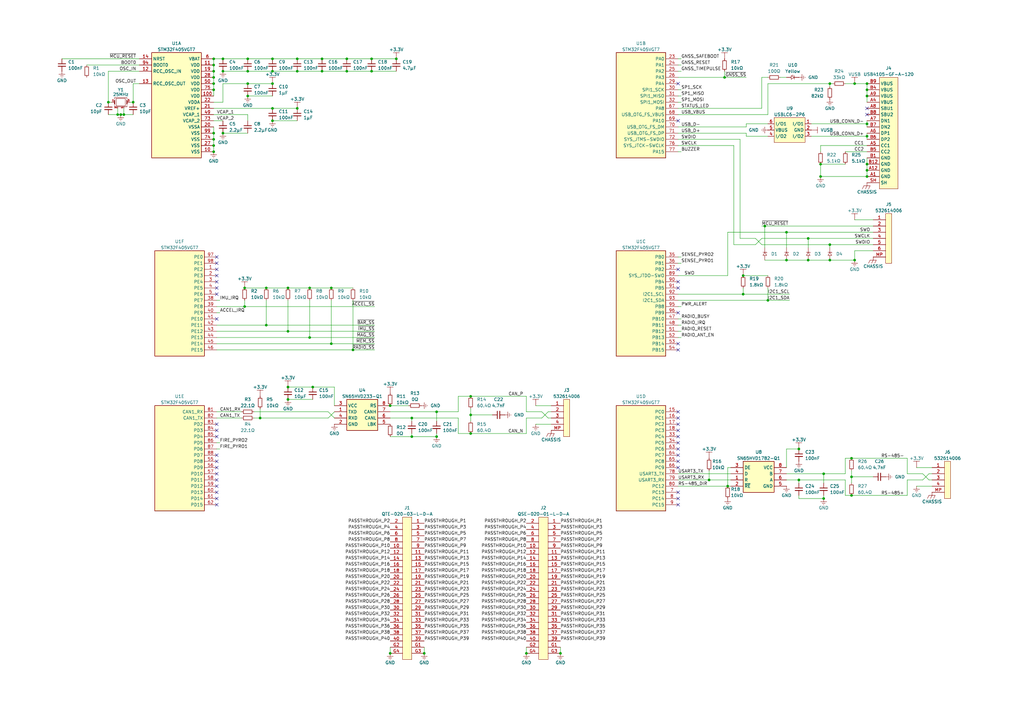
<source format=kicad_sch>
(kicad_sch (version 20250114) (generator "eeschema") (generator_version "9.0")
  (paper "A3")
  (junction (at 142.24 24.13))
  (junction (at 314.96 123.19))
  (junction (at 193.04 177.8))
  (junction (at 87.63 62.23))
  (junction (at 350.52 34.29))
  (junction (at 87.63 54.61))
  (junction (at 101.6 24.13))
  (junction (at 127 118.11))
  (junction (at 179.07 168.91))
  (junction (at 355.6 72.39))
  (junction (at 331.47 97.79))
  (junction (at 355.6 69.85))
  (junction (at 87.63 26.67))
  (junction (at 87.63 34.29))
  (junction (at 322.58 95.25))
  (junction (at 48.26 46.99))
  (junction (at 152.4 29.21))
  (junction (at 87.63 59.69))
  (junction (at 109.22 118.11))
  (junction (at 179.07 179.07))
  (junction (at 132.08 24.13))
  (junction (at 193.04 170.18))
  (junction (at 193.04 162.56))
  (junction (at 331.47 106.68))
  (junction (at 304.8 120.65))
  (junction (at 304.8 113.03))
  (junction (at 118.11 163.83))
  (junction (at 340.36 34.29))
  (junction (at 111.76 49.53))
  (junction (at 355.6 36.83))
  (junction (at 355.6 55.88))
  (junction (at 101.6 29.21))
  (junction (at 91.44 24.13))
  (junction (at 121.92 29.21))
  (junction (at 91.44 29.21))
  (junction (at 144.78 143.51))
  (junction (at 355.6 34.29))
  (junction (at 355.6 50.8))
  (junction (at 135.89 118.11))
  (junction (at 168.91 179.07))
  (junction (at 168.91 171.45))
  (junction (at 111.76 29.21))
  (junction (at 229.87 267.97))
  (junction (at 118.11 118.11))
  (junction (at 101.6 39.37))
  (junction (at 298.45 199.39))
  (junction (at 87.63 24.13))
  (junction (at 340.36 106.68))
  (junction (at 327.66 196.85))
  (junction (at 142.24 29.21))
  (junction (at 132.08 29.21))
  (junction (at 54.61 41.91))
  (junction (at 135.89 140.97))
  (junction (at 297.18 31.75))
  (junction (at 337.82 194.31))
  (junction (at 355.6 67.31))
  (junction (at 152.4 24.13))
  (junction (at 336.55 67.31))
  (junction (at 87.63 29.21))
  (junction (at 100.33 125.73))
  (junction (at 327.66 184.15))
  (junction (at 87.63 57.15))
  (junction (at 313.69 92.71))
  (junction (at 173.99 267.97))
  (junction (at 160.02 166.37))
  (junction (at 355.6 39.37))
  (junction (at 111.76 44.45))
  (junction (at 349.25 195.58))
  (junction (at 350.52 106.68))
  (junction (at 336.55 72.39))
  (junction (at 91.44 54.61))
  (junction (at 49.53 46.99))
  (junction (at 109.22 133.35))
  (junction (at 111.76 24.13))
  (junction (at 111.76 34.29))
  (junction (at 87.63 31.75))
  (junction (at 121.92 44.45))
  (junction (at 322.58 106.68))
  (junction (at 118.11 158.75))
  (junction (at 50.8 46.99))
  (junction (at 160.02 267.97))
  (junction (at 290.83 196.85))
  (junction (at 106.68 171.45))
  (junction (at 337.82 204.47))
  (junction (at 127 138.43))
  (junction (at 128.27 158.75))
  (junction (at 101.6 34.29))
  (junction (at 87.63 36.83))
  (junction (at 100.33 118.11))
  (junction (at 44.45 41.91))
  (junction (at 349.25 187.96))
  (junction (at 162.56 24.13))
  (junction (at 349.25 203.2))
  (junction (at 215.9 267.97))
  (junction (at 118.11 135.89))
  (junction (at 121.92 24.13))
  (junction (at 340.36 100.33))
  (no_connect (at 88.9 130.81))
  (no_connect (at 278.13 201.93))
  (no_connect (at 355.6 46.99))
  (no_connect (at 88.9 204.47))
  (no_connect (at 88.9 196.85))
  (no_connect (at 278.13 110.49))
  (no_connect (at 278.13 49.53))
  (no_connect (at 278.13 128.27))
  (no_connect (at 278.13 171.45))
  (no_connect (at 278.13 168.91))
  (no_connect (at 278.13 118.11))
  (no_connect (at 278.13 140.97))
  (no_connect (at 88.9 118.11))
  (no_connect (at 88.9 179.07))
  (no_connect (at 88.9 191.77))
  (no_connect (at 355.6 44.45))
  (no_connect (at 88.9 186.69))
  (no_connect (at 278.13 181.61))
  (no_connect (at 88.9 110.49))
  (no_connect (at 88.9 107.95))
  (no_connect (at 88.9 189.23))
  (no_connect (at 88.9 113.03))
  (no_connect (at 278.13 179.07))
  (no_connect (at 278.13 115.57))
  (no_connect (at 278.13 34.29))
  (no_connect (at 278.13 173.99))
  (no_connect (at 88.9 105.41))
  (no_connect (at 88.9 199.39))
  (no_connect (at 88.9 207.01))
  (no_connect (at 278.13 186.69))
  (no_connect (at 278.13 189.23))
  (no_connect (at 88.9 201.93))
  (no_connect (at 278.13 204.47))
  (no_connect (at 278.13 191.77))
  (no_connect (at 278.13 143.51))
  (no_connect (at 88.9 176.53))
  (no_connect (at 88.9 194.31))
  (no_connect (at 278.13 184.15))
  (no_connect (at 88.9 173.99))
  (no_connect (at 88.9 120.65))
  (no_connect (at 278.13 176.53))
  (no_connect (at 278.13 207.01))
  (no_connect (at 88.9 115.57))
  (wire (pts (xy 349.25 187.96) (xy 372.11 187.96)))
  (wire (pts (xy 340.36 34.29) (xy 340.36 35.56)))
  (wire (pts (xy 346.71 187.96) (xy 349.25 187.96)))
  (wire (pts (xy 118.11 118.11) (xy 127 118.11)))
  (wire (pts (xy 327.66 196.85) (xy 346.71 196.85)))
  (wire (pts (xy 355.6 67.31) (xy 355.6 69.85)))
  (wire (pts (xy 127 118.11) (xy 135.89 118.11)))
  (wire (pts (xy 313.69 106.68) (xy 322.58 106.68)))
  (wire (pts (xy 279.4 62.23) (xy 278.13 62.23)))
  (wire (pts (xy 300.99 100.33) (xy 309.88 100.33)))
  (wire (pts (xy 44.45 29.21) (xy 44.45 41.91)))
  (wire (pts (xy 106.68 167.64) (xy 106.68 171.45)))
  (wire (pts (xy 134.62 171.45) (xy 137.16 168.91)))
  (wire (pts (xy 87.63 24.13) (xy 91.44 24.13)))
  (wire (pts (xy 346.71 34.29) (xy 350.52 34.29)))
  (wire (pts (xy 340.36 101.6) (xy 340.36 100.33)))
  (wire (pts (xy 349.25 203.2) (xy 372.11 203.2)))
  (wire (pts (xy 91.44 34.29) (xy 91.44 41.91)))
  (wire (pts (xy 350.52 90.17) (xy 358.14 90.17)))
  (wire (pts (xy 215.9 171.45) (xy 215.9 177.8)))
  (wire (pts (xy 88.9 125.73) (xy 100.33 125.73)))
  (wire (pts (xy 187.96 162.56) (xy 187.96 168.91)))
  (wire (pts (xy 91.44 34.29) (xy 101.6 34.29)))
  (wire (pts (xy 375.92 191.77) (xy 382.27 191.77)))
  (wire (pts (xy 222.25 171.45) (xy 224.79 168.91)))
  (wire (pts (xy 54.61 41.91) (xy 53.34 41.91)))
  (wire (pts (xy 313.69 92.71) (xy 358.14 92.71)))
  (wire (pts (xy 355.6 50.8) (xy 355.6 52.07)))
  (wire (pts (xy 279.4 26.67) (xy 278.13 26.67)))
  (wire (pts (xy 162.56 24.13) (xy 152.4 24.13)))
  (wire (pts (xy 109.22 118.11) (xy 118.11 118.11)))
  (wire (pts (xy 312.42 31.75) (xy 312.42 44.45)))
  (wire (pts (xy 187.96 162.56) (xy 193.04 162.56)))
  (wire (pts (xy 350.52 106.68) (xy 340.36 106.68)))
  (wire (pts (xy 153.67 125.73) (xy 100.33 125.73)))
  (wire (pts (xy 187.96 171.45) (xy 187.96 177.8)))
  (wire (pts (xy 179.07 168.91) (xy 179.07 172.72)))
  (wire (pts (xy 173.99 265.43) (xy 173.99 267.97)))
  (wire (pts (xy 91.44 54.61) (xy 101.6 54.61)))
  (wire (pts (xy 303.53 97.79) (xy 309.88 97.79)))
  (wire (pts (xy 88.9 135.89) (xy 118.11 135.89)))
  (wire (pts (xy 332.74 55.88) (xy 355.6 55.88)))
  (wire (pts (xy 306.07 50.8) (xy 306.07 52.07)))
  (wire (pts (xy 340.36 100.33) (xy 358.14 100.33)))
  (wire (pts (xy 215.9 265.43) (xy 215.9 267.97)))
  (wire (pts (xy 35.56 26.67) (xy 57.15 26.67)))
  (wire (pts (xy 135.89 123.19) (xy 135.89 140.97)))
  (wire (pts (xy 346.71 187.96) (xy 346.71 194.31)))
  (wire (pts (xy 101.6 24.13) (xy 111.76 24.13)))
  (wire (pts (xy 372.11 196.85) (xy 378.46 196.85)))
  (wire (pts (xy 278.13 123.19) (xy 314.96 123.19)))
  (wire (pts (xy 48.26 46.99) (xy 49.53 46.99)))
  (wire (pts (xy 279.4 125.73) (xy 278.13 125.73)))
  (wire (pts (xy 100.33 118.11) (xy 109.22 118.11)))
  (wire (pts (xy 312.42 92.71) (xy 313.69 92.71)))
  (wire (pts (xy 278.13 199.39) (xy 298.45 199.39)))
  (wire (pts (xy 90.17 128.27) (xy 88.9 128.27)))
  (wire (pts (xy 87.63 36.83) (xy 87.63 39.37)))
  (wire (pts (xy 219.71 166.37) (xy 226.06 166.37)))
  (wire (pts (xy 314.96 34.29) (xy 314.96 46.99)))
  (wire (pts (xy 331.47 97.79) (xy 358.14 97.79)))
  (wire (pts (xy 49.53 46.99) (xy 50.8 46.99)))
  (wire (pts (xy 309.88 97.79) (xy 312.42 100.33)))
  (wire (pts (xy 350.52 102.87) (xy 350.52 106.68)))
  (wire (pts (xy 132.08 24.13) (xy 142.24 24.13)))
  (wire (pts (xy 118.11 123.19) (xy 118.11 135.89)))
  (wire (pts (xy 54.61 34.29) (xy 54.61 41.91)))
  (wire (pts (xy 168.91 179.07) (xy 179.07 179.07)))
  (wire (pts (xy 50.8 46.99) (xy 54.61 46.99)))
  (wire (pts (xy 87.63 41.91) (xy 91.44 41.91)))
  (wire (pts (xy 298.45 191.77) (xy 298.45 199.39)))
  (wire (pts (xy 153.67 140.97) (xy 135.89 140.97)))
  (wire (pts (xy 306.07 31.75) (xy 297.18 31.75)))
  (wire (pts (xy 278.13 120.65) (xy 304.8 120.65)))
  (wire (pts (xy 346.71 203.2) (xy 349.25 203.2)))
  (wire (pts (xy 314.96 118.11) (xy 314.96 123.19)))
  (wire (pts (xy 298.45 95.25) (xy 298.45 113.03)))
  (wire (pts (xy 350.52 102.87) (xy 358.14 102.87)))
  (wire (pts (xy 101.6 39.37) (xy 111.76 39.37)))
  (wire (pts (xy 88.9 171.45) (xy 99.06 171.45)))
  (wire (pts (xy 54.61 34.29) (xy 57.15 34.29)))
  (wire (pts (xy 279.4 138.43) (xy 278.13 138.43)))
  (wire (pts (xy 349.25 195.58) (xy 358.14 195.58)))
  (wire (pts (xy 160.02 168.91) (xy 179.07 168.91)))
  (wire (pts (xy 304.8 118.11) (xy 304.8 120.65)))
  (wire (pts (xy 44.45 29.21) (xy 57.15 29.21)))
  (wire (pts (xy 87.63 24.13) (xy 87.63 26.67)))
  (wire (pts (xy 111.76 49.53) (xy 121.92 49.53)))
  (wire (pts (xy 327.66 196.85) (xy 327.66 198.12)))
  (wire (pts (xy 87.63 54.61) (xy 87.63 57.15)))
  (wire (pts (xy 314.96 123.19) (xy 323.85 123.19)))
  (wire (pts (xy 50.8 44.45) (xy 50.8 46.99)))
  (wire (pts (xy 87.63 46.99) (xy 101.6 46.99)))
  (wire (pts (xy 168.91 179.07) (xy 168.91 177.8)))
  (wire (pts (xy 90.17 181.61) (xy 88.9 181.61)))
  (wire (pts (xy 332.74 50.8) (xy 355.6 50.8)))
  (wire (pts (xy 278.13 113.03) (xy 298.45 113.03)))
  (wire (pts (xy 193.04 172.72) (xy 193.04 170.18)))
  (wire (pts (xy 327.66 204.47) (xy 337.82 204.47)))
  (wire (pts (xy 153.67 138.43) (xy 127 138.43)))
  (wire (pts (xy 88.9 168.91) (xy 99.06 168.91)))
  (wire (pts (xy 127 123.19) (xy 127 138.43)))
  (wire (pts (xy 312.42 100.33) (xy 340.36 100.33)))
  (wire (pts (xy 322.58 31.75) (xy 320.04 31.75)))
  (wire (pts (xy 101.6 29.21) (xy 111.76 29.21)))
  (wire (pts (xy 306.07 54.61) (xy 306.07 55.88)))
  (wire (pts (xy 322.58 184.15) (xy 327.66 184.15)))
  (wire (pts (xy 101.6 34.29) (xy 111.76 34.29)))
  (wire (pts (xy 381 196.85) (xy 382.27 196.85)))
  (wire (pts (xy 346.71 196.85) (xy 346.71 203.2)))
  (wire (pts (xy 279.4 39.37) (xy 278.13 39.37)))
  (wire (pts (xy 322.58 196.85) (xy 327.66 196.85)))
  (wire (pts (xy 48.26 44.45) (xy 48.26 46.99)))
  (wire (pts (xy 132.08 29.21) (xy 142.24 29.21)))
  (wire (pts (xy 355.6 54.61) (xy 355.6 55.88)))
  (wire (pts (xy 355.6 64.77) (xy 355.6 67.31)))
  (wire (pts (xy 290.83 196.85) (xy 299.72 196.85)))
  (wire (pts (xy 135.89 118.11) (xy 144.78 118.11)))
  (wire (pts (xy 168.91 171.45) (xy 187.96 171.45)))
  (wire (pts (xy 336.55 59.69) (xy 336.55 62.23)))
  (wire (pts (xy 306.07 50.8) (xy 314.96 50.8)))
  (wire (pts (xy 87.63 29.21) (xy 87.63 31.75)))
  (wire (pts (xy 278.13 44.45) (xy 312.42 44.45)))
  (wire (pts (xy 322.58 106.68) (xy 331.47 106.68)))
  (wire (pts (xy 168.91 171.45) (xy 168.91 172.72)))
  (wire (pts (xy 355.6 69.85) (xy 355.6 72.39)))
  (wire (pts (xy 193.04 170.18) (xy 193.04 167.64)))
  (wire (pts (xy 90.17 123.19) (xy 88.9 123.19)))
  (wire (pts (xy 279.4 130.81) (xy 278.13 130.81)))
  (wire (pts (xy 193.04 177.8) (xy 215.9 177.8)))
  (wire (pts (xy 91.44 24.13) (xy 101.6 24.13)))
  (wire (pts (xy 279.4 133.35) (xy 278.13 133.35)))
  (wire (pts (xy 87.63 57.15) (xy 87.63 59.69)))
  (wire (pts (xy 278.13 59.69) (xy 300.99 59.69)))
  (wire (pts (xy 279.4 107.95) (xy 278.13 107.95)))
  (wire (pts (xy 87.63 26.67) (xy 87.63 29.21)))
  (wire (pts (xy 121.92 24.13) (xy 132.08 24.13)))
  (wire (pts (xy 355.6 39.37) (xy 355.6 41.91)))
  (wire (pts (xy 298.45 191.77) (xy 299.72 191.77)))
  (wire (pts (xy 44.45 41.91) (xy 45.72 41.91)))
  (wire (pts (xy 100.33 123.19) (xy 100.33 125.73)))
  (wire (pts (xy 25.4 24.13) (xy 57.15 24.13)))
  (wire (pts (xy 87.63 49.53) (xy 91.44 49.53)))
  (wire (pts (xy 300.99 59.69) (xy 300.99 100.33)))
  (wire (pts (xy 215.9 162.56) (xy 215.9 168.91)))
  (wire (pts (xy 88.9 133.35) (xy 109.22 133.35)))
  (wire (pts (xy 160.02 171.45) (xy 168.91 171.45)))
  (wire (pts (xy 44.45 46.99) (xy 48.26 46.99)))
  (wire (pts (xy 87.63 44.45) (xy 111.76 44.45)))
  (wire (pts (xy 215.9 168.91) (xy 222.25 168.91)))
  (wire (pts (xy 372.11 196.85) (xy 372.11 203.2)))
  (wire (pts (xy 144.78 123.19) (xy 144.78 143.51)))
  (wire (pts (xy 298.45 95.25) (xy 322.58 95.25)))
  (wire (pts (xy 375.92 199.39) (xy 382.27 199.39)))
  (wire (pts (xy 279.4 24.13) (xy 278.13 24.13)))
  (wire (pts (xy 224.79 171.45) (xy 226.06 171.45)))
  (wire (pts (xy 137.16 158.75) (xy 137.16 166.37)))
  (wire (pts (xy 88.9 140.97) (xy 135.89 140.97)))
  (wire (pts (xy 278.13 46.99) (xy 314.96 46.99)))
  (wire (pts (xy 355.6 34.29) (xy 355.6 36.83)))
  (wire (pts (xy 87.63 34.29) (xy 87.63 36.83)))
  (wire (pts (xy 336.55 67.31) (xy 336.55 72.39)))
  (wire (pts (xy 142.24 29.21) (xy 152.4 29.21)))
  (wire (pts (xy 87.63 52.07) (xy 87.63 54.61)))
  (wire (pts (xy 309.88 100.33) (xy 312.42 97.79)))
  (wire (pts (xy 90.17 184.15) (xy 88.9 184.15)))
  (wire (pts (xy 121.92 29.21) (xy 132.08 29.21)))
  (wire (pts (xy 336.55 72.39) (xy 355.6 72.39)))
  (wire (pts (xy 279.4 29.21) (xy 278.13 29.21)))
  (wire (pts (xy 111.76 24.13) (xy 121.92 24.13)))
  (wire (pts (xy 336.55 67.31) (xy 346.71 67.31)))
  (wire (pts (xy 109.22 123.19) (xy 109.22 133.35)))
  (wire (pts (xy 153.67 143.51) (xy 144.78 143.51)))
  (wire (pts (xy 278.13 194.31) (xy 299.72 194.31)))
  (wire (pts (xy 134.62 168.91) (xy 137.16 171.45)))
  (wire (pts (xy 322.58 95.25) (xy 358.14 95.25)))
  (wire (pts (xy 312.42 31.75) (xy 314.96 31.75)))
  (wire (pts (xy 111.76 29.21) (xy 121.92 29.21)))
  (wire (pts (xy 278.13 196.85) (xy 290.83 196.85)))
  (wire (pts (xy 340.36 34.29) (xy 341.63 34.29)))
  (wire (pts (xy 322.58 95.25) (xy 322.58 101.6)))
  (wire (pts (xy 372.11 187.96) (xy 372.11 194.31)))
  (wire (pts (xy 160.02 179.07) (xy 168.91 179.07)))
  (wire (pts (xy 111.76 44.45) (xy 121.92 44.45)))
  (wire (pts (xy 346.71 62.23) (xy 355.6 62.23)))
  (wire (pts (xy 378.46 196.85) (xy 381 194.31)))
  (wire (pts (xy 224.79 168.91) (xy 226.06 168.91)))
  (wire (pts (xy 179.07 168.91) (xy 187.96 168.91)))
  (wire (pts (xy 152.4 29.21) (xy 162.56 29.21)))
  (wire (pts (xy 306.07 55.88) (xy 314.96 55.88)))
  (wire (pts (xy 101.6 46.99) (xy 101.6 49.53)))
  (wire (pts (xy 87.63 31.75) (xy 87.63 34.29)))
  (wire (pts (xy 349.25 195.58) (xy 349.25 193.04)))
  (wire (pts (xy 336.55 59.69) (xy 355.6 59.69)))
  (wire (pts (xy 278.13 57.15) (xy 303.53 57.15)))
  (wire (pts (xy 297.18 31.75) (xy 278.13 31.75)))
  (wire (pts (xy 106.68 171.45) (xy 134.62 171.45)))
  (wire (pts (xy 355.6 55.88) (xy 355.6 57.15)))
  (wire (pts (xy 349.25 198.12) (xy 349.25 195.58)))
  (wire (pts (xy 337.82 194.31) (xy 337.82 198.12)))
  (wire (pts (xy 91.44 29.21) (xy 101.6 29.21)))
  (wire (pts (xy 187.96 177.8) (xy 193.04 177.8)))
  (wire (pts (xy 87.63 59.69) (xy 87.63 62.23)))
  (wire (pts (xy 331.47 97.79) (xy 331.47 101.6)))
  (wire (pts (xy 337.82 204.47) (xy 337.82 203.2)))
  (wire (pts (xy 279.4 36.83) (xy 278.13 36.83)))
  (wire (pts (xy 381 194.31) (xy 382.27 194.31)))
  (wire (pts (xy 160.02 166.37) (xy 167.64 166.37)))
  (wire (pts (xy 88.9 143.51) (xy 144.78 143.51)))
  (wire (pts (xy 153.67 133.35) (xy 109.22 133.35)))
  (wire (pts (xy 215.9 171.45) (xy 222.25 171.45)))
  (wire (pts (xy 322.58 184.15) (xy 322.58 191.77)))
  (wire (pts (xy 378.46 194.31) (xy 381 196.85)))
  (wire (pts (xy 279.4 41.91) (xy 278.13 41.91)))
  (wire (pts (xy 118.11 163.83) (xy 128.27 163.83)))
  (wire (pts (xy 297.18 29.21) (xy 297.18 31.75)))
  (wire (pts (xy 278.13 54.61) (xy 306.07 54.61)))
  (wire (pts (xy 372.11 194.31) (xy 378.46 194.31)))
  (wire (pts (xy 104.14 171.45) (xy 106.68 171.45)))
  (wire (pts (xy 104.14 168.91) (xy 134.62 168.91)))
  (wire (pts (xy 327.66 204.47) (xy 327.66 203.2)))
  (wire (pts (xy 179.07 179.07) (xy 179.07 177.8)))
  (wire (pts (xy 193.04 170.18) (xy 201.93 170.18)))
  (wire (pts (xy 355.6 36.83) (xy 355.6 39.37)))
  (wire (pts (xy 337.82 194.31) (xy 346.71 194.31)))
  (wire (pts (xy 128.27 158.75) (xy 137.16 158.75)))
  (wire (pts (xy 290.83 193.04) (xy 290.83 196.85)))
  (wire (pts (xy 142.24 24.13) (xy 152.4 24.13)))
  (wire (pts (xy 304.8 120.65) (xy 323.85 120.65)))
  (wire (pts (xy 298.45 199.39) (xy 299.72 199.39)))
  (wire (pts (xy 222.25 168.91) (xy 224.79 171.45)))
  (wire (pts (xy 229.87 265.43) (xy 229.87 267.97)))
  (wire (pts (xy 193.04 162.56) (xy 215.9 162.56)))
  (wire (pts (xy 279.4 135.89) (xy 278.13 135.89)))
  (wire (pts (xy 160.02 265.43) (xy 160.02 267.97)))
  (wire (pts (xy 153.67 135.89) (xy 118.11 135.89)))
  (wire (pts (xy 278.13 52.07) (xy 306.07 52.07)))
  (wire (pts (xy 314.96 34.29) (xy 340.36 34.29)))
  (wire (pts (xy 322.58 194.31) (xy 337.82 194.31)))
  (wire (pts (xy 118.11 158.75) (xy 128.27 158.75)))
  (wire (pts (xy 331.47 106.68) (xy 340.36 106.68)))
  (wire (pts (xy 355.6 49.53) (xy 355.6 50.8)))
  (wire (pts (xy 88.9 138.43) (xy 127 138.43)))
  (wire (pts (xy 219.71 173.99) (xy 226.06 173.99)))
  (wire (pts (xy 279.4 105.41) (xy 278.13 105.41)))
  (wire (pts (xy 350.52 34.29) (xy 355.6 34.29)))
  (wire (pts (xy 303.53 57.15) (xy 303.53 97.79)))
  (wire (pts (xy 312.42 97.79) (xy 331.47 97.79)))
  (wire (pts (xy 304.8 113.03) (xy 314.96 113.03)))
  (wire (pts (xy 313.69 92.71) (xy 313.69 101.6)))
  (label "PASSTHROUGH_P24" (at 215.9 242.57 180))
  (label "PASSTHROUGH_P9" (at 173.99 224.79 0))
  (label "PASSTHROUGH_P19" (at 229.87 237.49 0))
  (label "PASSTHROUGH_P22" (at 160.02 240.03 180))
  (label "PASSTHROUGH_P31" (at 229.87 252.73 0))
  (label "~{MEM_SS}" (at 153.67 140.97 180))
  (label "USB_D-" (at 279.4 52.07 0))
  (label "~{MCU_RESET}" (at 55.88 24.13 180))
  (label "PASSTHROUGH_P38" (at 215.9 260.35 180))
  (label "PASSTHROUGH_P10" (at 160.02 224.79 180))
  (label "CAN1_TX" (at 90.17 171.45 0))
  (label "PWR_ALERT" (at 279.4 125.73 0))
  (label "VCAP_1" (at 88.9 46.99 0))
  (label "PASSTHROUGH_P27" (at 173.99 247.65 0))
  (label "PASSTHROUGH_P24" (at 160.02 242.57 180))
  (label "~{IMU_SS}" (at 153.67 135.89 180))
  (label "SWDIO" (at 279.4 57.15 0))
  (label "RADIO_RESET" (at 279.4 135.89 0))
  (label "RS-485_DIR" (at 278.13 199.39 0))
  (label "SENSE_PYRO2" (at 279.4 105.41 0))
  (label "SP1_MISO" (at 279.4 39.37 0))
  (label "PASSTHROUGH_P22" (at 215.9 240.03 180))
  (label "PASSTHROUGH_P13" (at 229.87 229.87 0))
  (label "PASSTHROUGH_P37" (at 173.99 260.35 0))
  (label "PASSTHROUGH_P5" (at 173.99 219.71 0))
  (label "PASSTHROUGH_P11" (at 173.99 227.33 0))
  (label "PASSTHROUGH_P34" (at 215.9 255.27 180))
  (label "RADIO_ANT_EN" (at 279.4 138.43 0))
  (label "~{ACCEL_SS}" (at 153.67 125.73 180))
  (label "PASSTHROUGH_P4" (at 215.9 217.17 180))
  (label "PASSTHROUGH_P34" (at 160.02 255.27 180))
  (label "FIRE_PYRO1" (at 90.17 184.15 0))
  (label "PASSTHROUGH_P7" (at 229.87 222.25 0))
  (label "PASSTHROUGH_P16" (at 160.02 232.41 180))
  (label "PASSTHROUGH_P29" (at 173.99 250.19 0))
  (label "PASSTHROUGH_P3" (at 229.87 217.17 0))
  (label "PASSTHROUGH_P30" (at 160.02 250.19 180))
  (label "IMU_IRQ" (at 90.17 123.19 0))
  (label "PASSTHROUGH_P35" (at 173.99 257.81 0))
  (label "PASSTHROUGH_P5" (at 229.87 219.71 0))
  (label "PASSTHROUGH_P13" (at 173.99 229.87 0))
  (label "PASSTHROUGH_P19" (at 173.99 237.49 0))
  (label "PASSTHROUGH_P25" (at 229.87 245.11 0))
  (label "PASSTHROUGH_P33" (at 229.87 255.27 0))
  (label "BUZZER" (at 279.4 62.23 0))
  (label "USART3_TX" (at 278.13 194.31 0))
  (label "PASSTHROUGH_P12" (at 215.9 227.33 180))
  (label "CC1" (at 354.33 59.69 180))
  (label "RS-485+" (at 370.84 203.2 180))
  (label "PASSTHROUGH_P26" (at 160.02 245.11 180))
  (label "PASSTHROUGH_P40" (at 215.9 262.89 180))
  (label "PASSTHROUGH_P11" (at 229.87 227.33 0))
  (label "PASSTHROUGH_P30" (at 215.9 250.19 180))
  (label "PASSTHROUGH_P16" (at 215.9 232.41 180))
  (label "PASSTHROUGH_P38" (at 160.02 260.35 180))
  (label "STATUS_LED" (at 279.4 44.45 0))
  (label "PASSTHROUGH_P15" (at 229.87 232.41 0))
  (label "OSC_OUT" (at 55.88 34.29 180))
  (label "GNSS_SAFEBOOT" (at 279.4 24.13 0))
  (label "PASSTHROUGH_P28" (at 215.9 247.65 180))
  (label "PASSTHROUGH_P33" (at 173.99 255.27 0))
  (label "PASSTHROUGH_P25" (at 173.99 245.11 0))
  (label "PASSTHROUGH_P23" (at 229.87 242.57 0))
  (label "PASSTHROUGH_P26" (at 215.9 245.11 180))
  (label "SWCLK" (at 279.4 59.69 0))
  (label "PASSTHROUGH_P39" (at 173.99 262.89 0))
  (label "SP1_SCK" (at 279.4 36.83 0))
  (label "USB_CONN_D-" (at 354.33 50.8 180))
  (label "PASSTHROUGH_P14" (at 215.9 229.87 180))
  (label "RS-485-" (at 370.84 187.96 180))
  (label "VCAP_2" (at 88.9 49.53 0))
  (label "PASSTHROUGH_P28" (at 160.02 247.65 180))
  (label "PASSTHROUGH_P1" (at 229.87 214.63 0))
  (label "SP1_MOSI" (at 279.4 41.91 0))
  (label "PASSTHROUGH_P17" (at 229.87 234.95 0))
  (label "CAN1_RX" (at 90.17 168.91 0))
  (label "PASSTHROUGH_P12" (at 160.02 227.33 180))
  (label "~{MAG_SS}" (at 153.67 138.43 180))
  (label "PASSTHROUGH_P9" (at 229.87 224.79 0))
  (label "CAN_N" (at 214.63 177.8 180))
  (label "PASSTHROUGH_P39" (at 229.87 262.89 0))
  (label "PASSTHROUGH_P27" (at 229.87 247.65 0))
  (label "PASSTHROUGH_P36" (at 215.9 257.81 180))
  (label "PASSTHROUGH_P2" (at 215.9 214.63 180))
  (label "PASSTHROUGH_P1" (at 173.99 214.63 0))
  (label "PASSTHROUGH_P29" (at 229.87 250.19 0))
  (label "USART3_RX" (at 278.13 196.85 0))
  (label "PASSTHROUGH_P15" (at 173.99 232.41 0))
  (label "PASSTHROUGH_P8" (at 215.9 222.25 180))
  (label "PASSTHROUGH_P20" (at 215.9 237.49 180))
  (label "PASSTHROUGH_P8" (at 160.02 222.25 180))
  (label "GNSS_TIMEPULSE" (at 279.4 29.21 0))
  (label "PASSTHROUGH_P35" (at 229.87 257.81 0))
  (label "SWDIO" (at 356.87 100.33 180))
  (label "PASSTHROUGH_P14" (at 160.02 229.87 180))
  (label "SWO" (at 280.67 113.03 0))
  (label "SENSE_PYRO1" (at 279.4 107.95 0))
  (label "~{MCU_RESET}" (at 312.42 92.71 0))
  (label "BOOT0" (at 55.88 26.67 180))
  (label "PASSTHROUGH_P4" (at 160.02 217.17 180))
  (label "PASSTHROUGH_P36" (at 160.02 257.81 180))
  (label "CAN_P" (at 214.63 162.56 180))
  (label "USB_D+" (at 279.4 54.61 0))
  (label "I2C1_SCL" (at 323.85 120.65 180))
  (label "PASSTHROUGH_P32" (at 215.9 252.73 180))
  (label "PASSTHROUGH_P20" (at 160.02 237.49 180))
  (label "RADIO_BUSY" (at 279.4 130.81 0))
  (label "PASSTHROUGH_P21" (at 173.99 240.03 0))
  (label "PASSTHROUGH_P40" (at 160.02 262.89 180))
  (label "~{RADIO_SS}" (at 153.67 143.51 180))
  (label "SWCLK" (at 356.87 97.79 180))
  (label "PASSTHROUGH_P7" (at 173.99 222.25 0))
  (label "CC2" (at 354.33 62.23 180))
  (label "PASSTHROUGH_P31" (at 173.99 252.73 0))
  (label "PASSTHROUGH_P23" (at 173.99 242.57 0))
  (label "PASSTHROUGH_P21" (at 229.87 240.03 0))
  (label "OSC_IN" (at 55.88 29.21 180))
  (label "USB_CONN_D+" (at 354.33 55.88 180))
  (label "~{GNSS_SS}" (at 306.07 31.75 180))
  (label "PASSTHROUGH_P18" (at 160.02 234.95 180))
  (label "PASSTHROUGH_P6" (at 160.02 219.71 180))
  (label "PASSTHROUGH_P37" (at 229.87 260.35 0))
  (label "~{BAR_SS}" (at 153.67 133.35 180))
  (label "PASSTHROUGH_P17" (at 173.99 234.95 0))
  (label "SWO" (at 356.87 95.25 180))
  (label "PASSTHROUGH_P6" (at 215.9 219.71 180))
  (label "I2C1_SDA" (at 323.85 123.19 180))
  (label "PASSTHROUGH_P2" (at 160.02 214.63 180))
  (label "PASSTHROUGH_P10" (at 215.9 224.79 180))
  (label "PASSTHROUGH_P32" (at 160.02 252.73 180))
  (label "ACCEL_IRQ" (at 90.17 128.27 0))
  (label "FIRE_PYRO2" (at 90.17 181.61 0))
  (label "PASSTHROUGH_P18" (at 215.9 234.95 180))
  (label "USB_VBUS" (at 279.4 46.99 0))
  (label "GNSS_RESET" (at 279.4 26.67 0))
  (label "PASSTHROUGH_P3" (at 173.99 217.17 0))
  (label "RADIO_IRQ" (at 279.4 133.35 0))
  (symbol (lib_id "passive:C0603C100J1GACAUTO") (at 44.45 44.45 0) (unit 1)
    (property "Reference" "C2" (at 41.91 43.1862 0) (effects (justify right)))
    (property "Value" "10pF" (at 41.91 45.7262 0) (effects (justify right)))
    (property "Footprint" "passive:C_0603_Density_Nominal" (effects (hide yes)))
    (property "Datasheet" "kicad-embed://datasheet.pdf" (effects (hide yes)))
    (property "Description" "Capacitor ${TYPE} ${VALUE} ${VOLTAGE} ${TOLERANCE} ${DIALECTRIC} ${MINIMUM TEMPERATURE} ${MAXIMUM TEMPERATURE} ${PACKAGE} ${RATINGS}" (effects (hide yes)))
    (property "Manufacturer" "KEMET" (effects (hide yes)))
    (property "Manufacturer Part Number" "C0603C100J1GACAUTO" (effects (hide yes)))
    (property "Type" "MLCC" (effects (hide yes)))
    (property "Voltage" "100V" (effects (hide yes)))
    (property "Tolerance" "5%" (effects (hide yes)))
    (property "Dialectric" "C0G/NP0" (effects (hide yes)))
    (property "Minimum Temperature" "-55°C" (effects (hide yes)))
    (property "Maximum Temperature" "+125°C" (effects (hide yes)))
    (property "Package" "0603" (effects (hide yes)))
    (property "Ratings" "AEC-Q200" (effects (hide yes)))
    (property "Mass" "0.007g" (effects (hide yes)))
  )
  (symbol (lib_id "schematic:GND") (at 219.71 173.99 0) (unit 1) (in_bom no) (on_board no)
    (property "Reference" "#PWR024" (effects (hide yes)))
    (property "Value" "GND" (at 219.71 177.8 0))
  )
  (symbol (lib_id "schematic:+3.3V") (at 297.18 24.13 0) (unit 1) (in_bom no) (on_board no)
    (property "Reference" "#PWR028" (effects (hide yes)))
    (property "Value" "+3.3V" (at 297.18 20.32 0))
  )
  (symbol (lib_id "diode:D1213A-01T-7") (at 331.47 104.14 90) (unit 1)
    (property "Reference" "D3" (at 334.01 104.1399 90) (effects (justify right)))
    (property "Footprint" "diode:D1213A-01T-7" (effects (hide yes)))
    (property "Datasheet" "kicad-embed://datasheet.pdf" (effects (hide yes)))
    (property "Description" "Diode TVS Vwm ${WORKING VOLTAGE} Vbr ${BREAKDOWN VOLTAGE} Vc ${CLAMPING VOLTAGE} ${MINIMUM TEMPERATURE} ${MAXIMUM TEMPERATURE} ${PACKAGE} ${RATINGS}" (effects (hide yes)))
    (property "Manufacturer" "Vishay" (effects (hide yes)))
    (property "Manufacturer Part Number" "D1213A-01T-7" (effects (hide yes)))
    (property "Working Voltage" "3.3V" (effects (hide yes)))
    (property "Breakdown Voltage" "6V" (effects (hide yes)))
    (property "Clamping Voltage" "10V" (effects (hide yes)))
    (property "Capacitance" "0.85pF" (effects (hide yes)))
    (property "Impedance" "0.9Ω" (effects (hide yes)))
    (property "Minimum Temperature" "-65°C" (effects (hide yes)))
    (property "Maximum Temperature" "+150°C" (effects (hide yes)))
    (property "Package" "SOD523" (effects (hide yes)))
    (property "Ratings" "AEC-Q101" (effects (hide yes)))
    (property "Mass" "0.01g" (effects (hide yes)))
  )
  (symbol (lib_id "ic:STM32F405VGT7") (at 262.89 43.18 0) (unit 2)
    (property "Reference" "U1" (at 262.89 17.78 0))
    (property "Value" "${MANUFACTURER PART NUMBER}" (at 262.89 20.32 0))
    (property "Footprint" "ic:STM32F405VGT7" (effects (hide yes)))
    (property "Datasheet" "kicad-embed://datasheet.pdf" (effects (hide yes)))
    (property "Description" "${MANUFACTURER} ${CORE} ${FLASH MEMORY} ${RAM} ${MAXIMUM FREQUENCY} ${VOLTAGE} ${GPIO} ${MINIMUM TEMPERATURE} ${MAXIMUM TEMPERATURE} ${PACKAGE}" (effects (hide yes)))
    (property "Manufacturer" "STMicroelectronics" (effects (hide yes)))
    (property "Manufacturer Part Number" "STM32F405VGT7" (effects (hide yes)))
    (property "Core" "32 bit Cortex-M4F" (effects (hide yes)))
    (property "Maximum Frequency" "168MHz" (effects (hide yes)))
    (property "Flash Memory" "1024KB" (effects (hide yes)))
    (property "Minimum Temperature" "-40°C" (effects (hide yes)))
    (property "Maximum Temperature" "+105°C" (effects (hide yes)))
    (property "Package" "LQFP100" (effects (hide yes)))
    (property "RAM" "192KB" (effects (hide yes)))
    (property "GPIO" "82" (effects (hide yes)))
    (property "Voltage" "1.8-3.3V" (effects (hide yes)))
    (property "Mass" "50.867g" (effects (hide yes)))
    (pin "81" (alternate "CAN1_RX"))
    (pin "93" (alternate "I2C1_SDA"))
    (pin "31" (alternate "SPI1_MISO"))
    (pin "89" (alternate "SYS_JTDO-SWO"))
    (pin "79" (alternate "USART3_RX"))
    (pin "32" (alternate "SPI1_MOSI"))
    (pin "70" (alternate "USB_OTG_FS_DM"))
    (pin "30" (alternate "SPI1_SCK"))
    (pin "71" (alternate "USB_OTG_FS_DP"))
    (pin "78" (alternate "USART3_TX"))
    (pin "72" (alternate "SYS_JTMS-SWDIO"))
    (pin "92" (alternate "I2C1_SCL"))
    (pin "68" (alternate "USB_OTG_FS_VBUS"))
    (pin "82" (alternate "CAN1_TX"))
    (pin "12" (alternate "RCC_OSC_IN"))
    (pin "13" (alternate "RCC_OSC_OUT"))
    (pin "76" (alternate "SYS_JTCK-SWCLK"))
  )
  (symbol (lib_id "passive:C0603C104J3RACAUTO") (at 327.66 200.66 0) (unit 1)
    (property "Reference" "C24" (at 330.2 199.3962 0) (effects (justify left)))
    (property "Value" "100nF" (at 330.2 201.9362 0) (effects (justify left)))
    (property "Footprint" "passive:C_0603_Density_Nominal" (effects (hide yes)))
    (property "Datasheet" "kicad-embed://datasheet.pdf" (effects (hide yes)))
    (property "Description" "Capacitor ${TYPE} ${VALUE} ${VOLTAGE} ${TOLERANCE} ${DIALECTRIC} ${MINIMUM TEMPERATURE} ${MAXIMUM TEMPERATURE} ${PACKAGE} ${RATINGS}" (effects (hide yes)))
    (property "Manufacturer" "KEMET" (effects (hide yes)))
    (property "Manufacturer Part Number" "C0603C104J3RACAUTO" (effects (hide yes)))
    (property "Type" "MLCC" (effects (hide yes)))
    (property "Voltage" "25V" (effects (hide yes)))
    (property "Tolerance" "5%" (effects (hide yes)))
    (property "Dialectric" "X7R" (effects (hide yes)))
    (property "Minimum Temperature" "-55°C" (effects (hide yes)))
    (property "Maximum Temperature" "+125°C" (effects (hide yes)))
    (property "Package" "0603" (effects (hide yes)))
    (property "Ratings" "AEC-Q200" (effects (hide yes)))
    (property "Mass" "0.007g" (effects (hide yes)))
  )
  (symbol (lib_id "passive:GCM21BR71A106KE22K") (at 118.11 161.29 0) (unit 1)
    (property "Reference" "C12" (at 120.65 160.0262 0) (effects (justify left)))
    (property "Value" "10μF" (at 120.65 162.5662 0) (effects (justify left)))
    (property "Footprint" "passive:C_0805_Density_Nominal" (effects (hide yes)))
    (property "Datasheet" "kicad-embed://datasheet.pdf" (effects (hide yes)))
    (property "Description" "Capacitor ${TYPE} ${VALUE} ${VOLTAGE} ${TOLERANCE} ${DIALECTRIC} ${MINIMUM TEMPERATURE} ${MAXIMUM TEMPERATURE} ${PACKAGE} ${RATINGS}" (effects (hide yes)))
    (property "Manufacturer" "Murata" (effects (hide yes)))
    (property "Manufacturer Part Number" "GCM21BR71A106KE22K" (effects (hide yes)))
    (property "Type" "MLCC" (effects (hide yes)))
    (property "Voltage" "10V" (effects (hide yes)))
    (property "Tolerance" "10%" (effects (hide yes)))
    (property "Dialectric" "X7R" (effects (hide yes)))
    (property "Minimum Temperature" "-55°C" (effects (hide yes)))
    (property "Maximum Temperature" "+125°C" (effects (hide yes)))
    (property "Package" "0805" (effects (hide yes)))
    (property "Ratings" "AEC-Q200" (effects (hide yes)))
    (property "Mass" "0.01g" (effects (hide yes)))
  )
  (symbol (lib_id "passive:CRCW060310K0FKEAHP") (at 290.83 190.5 0) (unit 1)
    (property "Reference" "R16" (at 292.1 189.23 0) (effects (justify left)))
    (property "Value" "10kΩ" (at 292.1 191.77 0) (effects (justify left)))
    (property "Footprint" "passive:C_0603_Density_Nominal" (effects (hide yes)))
    (property "Description" "Resistor ${TYPE} ${VALUE} ${VOLTAGE} ${POWER} ${TOLERANCE} ${TEMPERATURE COEFFICIENT} ${MINIMUM TEMPERATURE} ${MAXIMUM TEMPERATURE} ${PACKAGE} ${RATINGS}" (effects (hide yes)))
    (property "Manufacturer" "Vishay" (effects (hide yes)))
    (property "Manufacturer Part Number" "CRCW060310K0FKEAHP" (effects (hide yes)))
    (property "Type" "Thick Film" (effects (hide yes)))
    (property "Voltage" "75V" (effects (hide yes)))
    (property "Power" "0.33W" (effects (hide yes)))
    (property "Tolerance" "1%" (effects (hide yes)))
    (property "Temperature Coefficient" "100ppm/°C" (effects (hide yes)))
    (property "Minimum Temperature" "-55°C" (effects (hide yes)))
    (property "Maximum Temperature" "+155°C" (effects (hide yes)))
    (property "Package" "0603" (effects (hide yes)))
    (property "Ratings" "AEC-Q200" (effects (hide yes)))
    (property "Mass" "0.002g" (effects (hide yes)))
  )
  (symbol (lib_id "schematic:GND") (at 91.44 29.21 0) (unit 1) (in_bom no) (on_board no)
    (property "Reference" "#PWR04" (effects (hide yes)))
    (property "Value" "GND" (at 91.44 33.02 0))
  )
  (symbol (lib_id "passive:CRCW060310K0FKEAHP") (at 298.45 201.93 0) (unit 1)
    (property "Reference" "R18" (at 299.72 200.66 0) (effects (justify left)))
    (property "Value" "10kΩ" (at 299.72 203.2 0) (effects (justify left)))
    (property "Footprint" "passive:R_0603_Density_Nominal" (effects (hide yes)))
    (property "Description" "Resistor ${TYPE} ${VALUE} ${VOLTAGE} ${POWER} ${TOLERANCE} ${TEMPERATURE COEFFICIENT} ${MINIMUM TEMPERATURE} ${MAXIMUM TEMPERATURE} ${PACKAGE} ${RATINGS}" (effects (hide yes)))
    (property "Manufacturer" "Vishay" (effects (hide yes)))
    (property "Manufacturer Part Number" "CRCW060310K0FKEAHP" (effects (hide yes)))
    (property "Type" "Thick Film" (effects (hide yes)))
    (property "Voltage" "75V" (effects (hide yes)))
    (property "Power" "0.33W" (effects (hide yes)))
    (property "Tolerance" "1%" (effects (hide yes)))
    (property "Temperature Coefficient" "100ppm/°C" (effects (hide yes)))
    (property "Minimum Temperature" "-55°C" (effects (hide yes)))
    (property "Maximum Temperature" "+155°C" (effects (hide yes)))
    (property "Package" "0603" (effects (hide yes)))
    (property "Ratings" "AEC-Q200" (effects (hide yes)))
    (property "Mass" "0.002g" (effects (hide yes)))
  )
  (symbol (lib_id "schematic:+3.3V") (at 304.8 113.03 0) (unit 1) (in_bom no) (on_board no)
    (property "Reference" "#PWR030" (effects (hide yes)))
    (property "Value" "+3.3V" (at 304.8 109.22 0))
  )
  (symbol (lib_id "passive:C0603C104J3RACAUTO") (at 111.76 46.99 0) (unit 1)
    (property "Reference" "C11" (at 114.3 45.7262 0) (effects (justify left)))
    (property "Value" "100nF" (at 114.3 48.2662 0) (effects (justify left)))
    (property "Footprint" "passive:C_0603_Density_Nominal" (effects (hide yes)))
    (property "Datasheet" "kicad-embed://datasheet.pdf" (effects (hide yes)))
    (property "Description" "Capacitor ${TYPE} ${VALUE} ${VOLTAGE} ${TOLERANCE} ${DIALECTRIC} ${MINIMUM TEMPERATURE} ${MAXIMUM TEMPERATURE} ${PACKAGE} ${RATINGS}" (effects (hide yes)))
    (property "Manufacturer" "KEMET" (effects (hide yes)))
    (property "Manufacturer Part Number" "C0603C104J3RACAUTO" (effects (hide yes)))
    (property "Type" "MLCC" (effects (hide yes)))
    (property "Voltage" "25V" (effects (hide yes)))
    (property "Tolerance" "5%" (effects (hide yes)))
    (property "Dialectric" "X7R" (effects (hide yes)))
    (property "Minimum Temperature" "-55°C" (effects (hide yes)))
    (property "Maximum Temperature" "+125°C" (effects (hide yes)))
    (property "Package" "0603" (effects (hide yes)))
    (property "Ratings" "AEC-Q200" (effects (hide yes)))
    (property "Mass" "0.007g" (effects (hide yes)))
  )
  (symbol (lib_id "schematic:GND") (at 322.58 199.39 0) (unit 1) (in_bom no) (on_board no)
    (property "Reference" "#PWR032" (effects (hide yes)))
    (property "Value" "GND" (at 322.58 203.2 0))
  )
  (symbol (lib_id "passive:CRCW060310K0FKEAHP") (at 127 120.65 0) (unit 1)
    (property "Reference" "R8" (at 129.54 119.3799 0) (effects (justify left)))
    (property "Value" "10kΩ" (at 129.54 121.9199 0) (effects (justify left)))
    (property "Footprint" "passive:R_0603_Density_Nominal" (effects (hide yes)))
    (property "Datasheet" "kicad-embed://datasheet.pdf" (effects (hide yes)))
    (property "Description" "Resistor ${TYPE} ${VALUE} ${VOLTAGE} ${POWER} ${TOLERANCE} ${TEMPERATURE COEFFICIENT} ${MINIMUM TEMPERATURE} ${MAXIMUM TEMPERATURE} ${PACKAGE} ${RATINGS}" (effects (hide yes)))
    (property "Manufacturer" "Vishay" (effects (hide yes)))
    (property "Manufacturer Part Number" "CRCW060310K0FKEAHP" (effects (hide yes)))
    (property "Type" "Thick Film" (effects (hide yes)))
    (property "Voltage" "75V" (effects (hide yes)))
    (property "Power" "0.33W" (effects (hide yes)))
    (property "Tolerance" "1%" (effects (hide yes)))
    (property "Temperature Coefficient" "100ppm/°C" (effects (hide yes)))
    (property "Minimum Temperature" "-55°C" (effects (hide yes)))
    (property "Maximum Temperature" "+155°C" (effects (hide yes)))
    (property "Package" "0603" (effects (hide yes)))
    (property "Ratings" "AEC-Q200" (effects (hide yes)))
    (property "Mass" "0.002g" (effects (hide yes)))
  )
  (symbol (lib_id "passive:CRCW060322R1FKEA") (at 101.6 168.91 90) (unit 1)
    (property "Reference" "R3" (at 101.6 163.83 90))
    (property "Value" "22.1Ω" (at 101.6 166.37 90))
    (property "Footprint" "passive:R_0603_Density_Nominal" (effects (hide yes)))
    (property "Datasheet" "kicad-embed://datasheet.pdf" (effects (hide yes)))
    (property "Description" "Resistor ${TYPE} ${VALUE} ${VOLTAGE} ${POWER} ${TOLERANCE} ${TEMPERATURE COEFFICIENT} ${MINIMUM TEMPERATURE} ${MAXIMUM TEMPERATURE} ${PACKAGE} ${RATINGS}" (effects (hide yes)))
    (property "Manufacturer" "Vishay" (effects (hide yes)))
    (property "Manufacturer Part Number" "CRCW060322R1FKEA" (effects (hide yes)))
    (property "Type" "Thick Film" (effects (hide yes)))
    (property "Voltage" "75V" (effects (hide yes)))
    (property "Power" "0.125W" (effects (hide yes)))
    (property "Tolerance" "1%" (effects (hide yes)))
    (property "Temperature Coefficient" "100ppm/°C" (effects (hide yes)))
    (property "Minimum Temperature" "-55°C" (effects (hide yes)))
    (property "Maximum Temperature" "+155°C" (effects (hide yes)))
    (property "Package" "0603" (effects (hide yes)))
    (property "Ratings" "AEC-Q200" (effects (hide yes)))
    (property "Mass" "0.002g" (effects (hide yes)))
  )
  (symbol (lib_id "diode:D1213A-01T-7") (at 340.36 104.14 90) (unit 1)
    (property "Reference" "D4" (at 342.9 104.1399 90) (effects (justify right)))
    (property "Footprint" "diode:D1213A-01T-7" (effects (hide yes)))
    (property "Datasheet" "kicad-embed://datasheet.pdf" (effects (hide yes)))
    (property "Description" "Diode TVS Vwm ${WORKING VOLTAGE} Vbr ${BREAKDOWN VOLTAGE} Vc ${CLAMPING VOLTAGE} ${MINIMUM TEMPERATURE} ${MAXIMUM TEMPERATURE} ${PACKAGE} ${RATINGS}" (effects (hide yes)))
    (property "Manufacturer" "Vishay" (effects (hide yes)))
    (property "Manufacturer Part Number" "D1213A-01T-7" (effects (hide yes)))
    (property "Working Voltage" "3.3V" (effects (hide yes)))
    (property "Breakdown Voltage" "6V" (effects (hide yes)))
    (property "Clamping Voltage" "10V" (effects (hide yes)))
    (property "Capacitance" "0.85pF" (effects (hide yes)))
    (property "Impedance" "0.9Ω" (effects (hide yes)))
    (property "Minimum Temperature" "-65°C" (effects (hide yes)))
    (property "Maximum Temperature" "+150°C" (effects (hide yes)))
    (property "Package" "SOD523" (effects (hide yes)))
    (property "Ratings" "AEC-Q101" (effects (hide yes)))
    (property "Mass" "0.01g" (effects (hide yes)))
  )
  (symbol (lib_id "schematic:GND") (at 298.45 204.47 0) (unit 1) (in_bom no) (on_board no)
    (property "Reference" "#PWR029" (effects (hide yes)))
    (property "Value" "GND" (at 298.45 208.28 0))
  )
  (symbol (lib_id "passive:CRCW06030000Z0EA") (at 170.18 166.37 90) (unit 1)
    (property "Reference" "R13" (at 170.18 161.29 90))
    (property "Value" "0Ω" (at 170.18 163.83 90))
    (property "Footprint" "passive:R_0603_Density_Nominal" (effects (hide yes)))
    (property "Datasheet" "kicad-embed://datasheet.pdf" (effects (hide yes)))
    (property "Description" "Resistor ${TYPE} ${VALUE} ${VOLTAGE} ${POWER} ${TOLERANCE} ${TEMPERATURE COEFFICIENT} ${MINIMUM TEMPERATURE} ${MAXIMUM TEMPERATURE} ${PACKAGE} ${RATINGS}" (effects (hide yes)))
    (property "Manufacturer" "Vishay" (effects (hide yes)))
    (property "Manufacturer Part Number" "CRCW06030000Z0EA" (effects (hide yes)))
    (property "Type" "Thick Film" (effects (hide yes)))
    (property "Voltage" "75V" (effects (hide yes)))
    (property "Power" "0.125W" (effects (hide yes)))
    (property "Minimum Temperature" "-55°C" (effects (hide yes)))
    (property "Maximum Temperature" "+155°C" (effects (hide yes)))
    (property "Package" "0603" (effects (hide yes)))
    (property "Ratings" "AEC-Q200" (effects (hide yes)))
    (property "Mass" "0.002g" (effects (hide yes)))
  )
  (symbol (lib_id "schematic:GND") (at 111.76 49.53 0) (unit 1) (in_bom no) (on_board no)
    (property "Reference" "#PWR010" (effects (hide yes)))
    (property "Value" "GND" (at 111.76 53.34 0))
  )
  (symbol (lib_id "passive:CRCW060310K0FKEAHP") (at 109.22 120.65 0) (unit 1)
    (property "Reference" "R6" (at 111.76 119.3799 0) (effects (justify left)))
    (property "Value" "10kΩ" (at 111.76 121.9199 0) (effects (justify left)))
    (property "Footprint" "passive:R_0603_Density_Nominal" (effects (hide yes)))
    (property "Datasheet" "kicad-embed://datasheet.pdf" (effects (hide yes)))
    (property "Description" "Resistor ${TYPE} ${VALUE} ${VOLTAGE} ${POWER} ${TOLERANCE} ${TEMPERATURE COEFFICIENT} ${MINIMUM TEMPERATURE} ${MAXIMUM TEMPERATURE} ${PACKAGE} ${RATINGS}" (effects (hide yes)))
    (property "Manufacturer" "Vishay" (effects (hide yes)))
    (property "Manufacturer Part Number" "CRCW060310K0FKEAHP" (effects (hide yes)))
    (property "Type" "Thick Film" (effects (hide yes)))
    (property "Voltage" "75V" (effects (hide yes)))
    (property "Power" "0.33W" (effects (hide yes)))
    (property "Tolerance" "1%" (effects (hide yes)))
    (property "Temperature Coefficient" "100ppm/°C" (effects (hide yes)))
    (property "Minimum Temperature" "-55°C" (effects (hide yes)))
    (property "Maximum Temperature" "+155°C" (effects (hide yes)))
    (property "Package" "0603" (effects (hide yes)))
    (property "Ratings" "AEC-Q200" (effects (hide yes)))
    (property "Mass" "0.002g" (effects (hide yes)))
  )
  (symbol (lib_id "schematic:+3.3V") (at 121.92 44.45 0) (unit 1) (in_bom no) (on_board no)
    (property "Reference" "#PWR013" (effects (hide yes)))
    (property "Value" "+3.3V" (at 121.92 40.64 0))
  )
  (symbol (lib_id "ic:STM32F405VGT7") (at 73.66 187.96 0) (unit 5)
    (property "Reference" "U1" (at 73.66 162.56 0))
    (property "Value" "${MANUFACTURER PART NUMBER}" (at 73.66 165.1 0))
    (property "Footprint" "ic:STM32F405VGT7" (effects (hide yes)))
    (property "Datasheet" "kicad-embed://datasheet.pdf" (effects (hide yes)))
    (property "Description" "${MANUFACTURER} ${CORE} ${FLASH MEMORY} ${RAM} ${MAXIMUM FREQUENCY} ${VOLTAGE} ${GPIO} ${MINIMUM TEMPERATURE} ${MAXIMUM TEMPERATURE} ${PACKAGE}" (effects (hide yes)))
    (property "Manufacturer" "STMicroelectronics" (effects (hide yes)))
    (property "Manufacturer Part Number" "STM32F405VGT7" (effects (hide yes)))
    (property "Core" "32 bit Cortex-M4F" (effects (hide yes)))
    (property "Maximum Frequency" "168MHz" (effects (hide yes)))
    (property "Flash Memory" "1024KB" (effects (hide yes)))
    (property "Minimum Temperature" "-40°C" (effects (hide yes)))
    (property "Maximum Temperature" "+105°C" (effects (hide yes)))
    (property "Package" "LQFP100" (effects (hide yes)))
    (property "RAM" "192KB" (effects (hide yes)))
    (property "GPIO" "82" (effects (hide yes)))
    (property "Voltage" "1.8-3.3V" (effects (hide yes)))
    (property "Mass" "50.867g" (effects (hide yes)))
    (pin "81" (alternate "CAN1_RX"))
    (pin "93" (alternate "I2C1_SDA"))
    (pin "31" (alternate "SPI1_MISO"))
    (pin "89" (alternate "SYS_JTDO-SWO"))
    (pin "79" (alternate "USART3_RX"))
    (pin "32" (alternate "SPI1_MOSI"))
    (pin "70" (alternate "USB_OTG_FS_DM"))
    (pin "30" (alternate "SPI1_SCK"))
    (pin "71" (alternate "USB_OTG_FS_DP"))
    (pin "78" (alternate "USART3_TX"))
    (pin "72" (alternate "SYS_JTMS-SWDIO"))
    (pin "92" (alternate "I2C1_SCL"))
    (pin "68" (alternate "USB_OTG_FS_VBUS"))
    (pin "82" (alternate "CAN1_TX"))
    (pin "12" (alternate "RCC_OSC_IN"))
    (pin "13" (alternate "RCC_OSC_OUT"))
    (pin "76" (alternate "SYS_JTCK-SWCLK"))
  )
  (symbol (lib_id "passive:CRCW060310K0FKEAHP") (at 100.33 120.65 0) (unit 1)
    (property "Reference" "R2" (at 102.87 119.3799 0) (effects (justify left)))
    (property "Value" "10kΩ" (at 102.87 121.9199 0) (effects (justify left)))
    (property "Footprint" "passive:R_0603_Density_Nominal" (effects (hide yes)))
    (property "Datasheet" "kicad-embed://datasheet.pdf" (effects (hide yes)))
    (property "Description" "Resistor ${TYPE} ${VALUE} ${VOLTAGE} ${POWER} ${TOLERANCE} ${TEMPERATURE COEFFICIENT} ${MINIMUM TEMPERATURE} ${MAXIMUM TEMPERATURE} ${PACKAGE} ${RATINGS}" (effects (hide yes)))
    (property "Manufacturer" "Vishay" (effects (hide yes)))
    (property "Manufacturer Part Number" "CRCW060310K0FKEAHP" (effects (hide yes)))
    (property "Type" "Thick Film" (effects (hide yes)))
    (property "Voltage" "75V" (effects (hide yes)))
    (property "Power" "0.33W" (effects (hide yes)))
    (property "Tolerance" "1%" (effects (hide yes)))
    (property "Temperature Coefficient" "100ppm/°C" (effects (hide yes)))
    (property "Minimum Temperature" "-55°C" (effects (hide yes)))
    (property "Maximum Temperature" "+155°C" (effects (hide yes)))
    (property "Package" "0603" (effects (hide yes)))
    (property "Ratings" "AEC-Q200" (effects (hide yes)))
    (property "Mass" "0.002g" (effects (hide yes)))
  )
  (symbol (lib_id "schematic:VUSB") (at 350.52 34.29 0) (unit 1) (in_bom no) (on_board no)
    (property "Reference" "#PWR040" (effects (hide yes)))
    (property "Value" "VUSB" (at 350.52 30.48 0))
  )
  (symbol (lib_id "ic:STM32F405VGT7") (at 72.39 43.18 0) (unit 1)
    (property "Reference" "U1" (at 72.39 17.78 0))
    (property "Value" "${MANUFACTURER PART NUMBER}" (at 72.39 20.32 0))
    (property "Footprint" "ic:STM32F405VGT7" (effects (hide yes)))
    (property "Datasheet" "kicad-embed://datasheet.pdf" (effects (hide yes)))
    (property "Description" "${MANUFACTURER} ${CORE} ${FLASH MEMORY} ${RAM} ${MAXIMUM FREQUENCY} ${VOLTAGE} ${GPIO} ${MINIMUM TEMPERATURE} ${MAXIMUM TEMPERATURE} ${PACKAGE}" (effects (hide yes)))
    (property "Manufacturer" "STMicroelectronics" (effects (hide yes)))
    (property "Manufacturer Part Number" "STM32F405VGT7" (effects (hide yes)))
    (property "Core" "32 bit Cortex-M4F" (effects (hide yes)))
    (property "Maximum Frequency" "168MHz" (effects (hide yes)))
    (property "Flash Memory" "1024KB" (effects (hide yes)))
    (property "Minimum Temperature" "-40°C" (effects (hide yes)))
    (property "Maximum Temperature" "+105°C" (effects (hide yes)))
    (property "Package" "LQFP100" (effects (hide yes)))
    (property "RAM" "192KB" (effects (hide yes)))
    (property "GPIO" "82" (effects (hide yes)))
    (property "Voltage" "1.8-3.3V" (effects (hide yes)))
    (property "Mass" "50.867g" (effects (hide yes)))
    (pin "81" (alternate "CAN1_RX"))
    (pin "93" (alternate "I2C1_SDA"))
    (pin "31" (alternate "SPI1_MISO"))
    (pin "89" (alternate "SYS_JTDO-SWO"))
    (pin "79" (alternate "USART3_RX"))
    (pin "32" (alternate "SPI1_MOSI"))
    (pin "70" (alternate "USB_OTG_FS_DM"))
    (pin "30" (alternate "SPI1_SCK"))
    (pin "71" (alternate "USB_OTG_FS_DP"))
    (pin "78" (alternate "USART3_TX"))
    (pin "72" (alternate "SYS_JTMS-SWDIO"))
    (pin "92" (alternate "I2C1_SCL"))
    (pin "68" (alternate "USB_OTG_FS_VBUS"))
    (pin "82" (alternate "CAN1_TX"))
    (pin "12" (alternate "RCC_OSC_IN"))
    (pin "13" (alternate "RCC_OSC_OUT"))
    (pin "76" (alternate "SYS_JTCK-SWCLK"))
  )
  (symbol (lib_id "schematic:GND") (at 215.9 267.97 0) (unit 1) (in_bom no) (on_board no)
    (property "Reference" "#PWR021" (effects (hide yes)))
    (property "Value" "GND" (at 215.9 271.78 0))
  )
  (symbol (lib_id "schematic:+3.3V") (at 100.33 118.11 0) (unit 1) (in_bom no) (on_board no)
    (property "Reference" "#PWR06" (effects (hide yes)))
    (property "Value" "+3.3V" (at 100.33 114.3 0))
  )
  (symbol (lib_id "diode:USBLC6-2P6") (at 323.85 53.34 0) (mirror y) (unit 1)
    (property "Reference" "U9" (at 323.85 44.45 0))
    (property "Value" "USBLC6-2P6" (at 323.85 46.99 0))
    (property "Footprint" "diode:USBLC6-2P6" (effects (hide yes)))
    (property "Datasheet" "kicad-embed://datasheet.pdf" (effects (hide yes)))
    (property "Description" "Diode TVS Array ${CHANNELS} Channel(s) Vwm ${WORKING VOLTAGE} Vbr ${BREAKDOWN VOLTAGE} Vc ${CLAMPING VOLTAGE} ${MINIMUM TEMPERATURE} ${MAXIMUM TEMPERATURE} ${PACKAGE} ${RATINGS}" (effects (hide yes)))
    (property "Manufacturer" "STMicroelectronics" (effects (hide yes)))
    (property "Manufacturer Part Number" "USBLC6-2P6" (effects (hide yes)))
    (property "Type" "TVS" (effects (hide yes)))
    (property "Channels" "2" (effects (hide yes)))
    (property "Working Voltage" "5.25V" (effects (hide yes)))
    (property "Breakdown Voltage" "6V" (effects (hide yes)))
    (property "Clamping Voltage" "17V" (effects (hide yes)))
    (property "Forward Voltage" "1.1V" (effects (hide yes)))
    (property "Minimum Temperature" "-40°C" (effects (hide yes)))
    (property "Maximum Temperature" "+150°C" (effects (hide yes)))
    (property "Package" "SOT666" (effects (hide yes)))
    (property "Mass" "0.0029g" (effects (hide yes)))
    (property "Capacitance" "3.5pF" (effects (hide yes)))
    (property "Ratings" "N/A" (effects (hide yes)))
  )
  (symbol (lib_id "schematic:GND") (at 327.66 189.23 0) (unit 1) (in_bom no) (on_board no)
    (property "Reference" "#PWR035" (effects (hide yes)))
    (property "Value" "GND" (at 327.66 193.04 0))
  )
  (symbol (lib_id "schematic:+3.3V") (at 327.66 184.15 0) (unit 1) (in_bom no) (on_board no)
    (property "Reference" "#PWR034" (effects (hide yes)))
    (property "Value" "+3.3V" (at 327.66 180.34 0))
  )
  (symbol (lib_id "schematic:GND") (at 25.4 29.21 0) (unit 1) (in_bom no) (on_board no)
    (property "Reference" "#PWR01" (effects (hide yes)))
    (property "Value" "GND" (at 25.4 33.02 0))
  )
  (symbol (lib_id "passive:CRCW060310K0FKEAHP") (at 297.18 26.67 0) (unit 1)
    (property "Reference" "R17" (at 299.72 25.3999 0) (effects (justify left)))
    (property "Value" "10kΩ" (at 299.72 27.9399 0) (effects (justify left)))
    (property "Footprint" "passive:R_0603_Density_Nominal" (effects (hide yes)))
    (property "Datasheet" "kicad-embed://datasheet.pdf" (effects (hide yes)))
    (property "Description" "Resistor ${TYPE} ${VALUE} ${VOLTAGE} ${POWER} ${TOLERANCE} ${TEMPERATURE COEFFICIENT} ${MINIMUM TEMPERATURE} ${MAXIMUM TEMPERATURE} ${PACKAGE} ${RATINGS}" (effects (hide yes)))
    (property "Manufacturer" "Vishay" (effects (hide yes)))
    (property "Manufacturer Part Number" "CRCW060310K0FKEAHP" (effects (hide yes)))
    (property "Type" "Thick Film" (effects (hide yes)))
    (property "Voltage" "75V" (effects (hide yes)))
    (property "Power" "0.33W" (effects (hide yes)))
    (property "Tolerance" "1%" (effects (hide yes)))
    (property "Temperature Coefficient" "100ppm/°C" (effects (hide yes)))
    (property "Minimum Temperature" "-55°C" (effects (hide yes)))
    (property "Maximum Temperature" "+155°C" (effects (hide yes)))
    (property "Package" "0603" (effects (hide yes)))
    (property "Ratings" "AEC-Q200" (effects (hide yes)))
    (property "Mass" "0.002g" (effects (hide yes)))
  )
  (symbol (lib_id "schematic:GND") (at 160.02 267.97 0) (unit 1) (in_bom no) (on_board no)
    (property "Reference" "#PWR016" (effects (hide yes)))
    (property "Value" "GND" (at 160.02 271.78 0))
  )
  (symbol (lib_id "schematic:GND") (at 337.82 204.47 0) (unit 1) (in_bom no) (on_board no)
    (property "Reference" "#PWR038" (effects (hide yes)))
    (property "Value" "GND" (at 337.82 208.28 0))
  )
  (symbol (lib_id "passive:C0805C225K4RECAUTO") (at 101.6 52.07 0) (unit 1)
    (property "Reference" "C8" (at 104.14 50.8062 0) (effects (justify left)))
    (property "Value" "2.2μF" (at 104.14 53.3462 0) (effects (justify left)))
    (property "Footprint" "passive:C_0805_Density_Nominal" (effects (hide yes)))
    (property "Datasheet" "kicad-embed://datasheet.pdf" (effects (hide yes)))
    (property "Description" "Capacitor ${TYPE} ${VALUE} ${VOLTAGE} ${TOLERANCE} ${DIALECTRIC} ${MINIMUM TEMPERATURE} ${MAXIMUM TEMPERATURE} ${PACKAGE} ${RATINGS}" (effects (hide yes)))
    (property "Manufacturer" "KEMET" (effects (hide yes)))
    (property "Manufacturer Part Number" "C0805C225K4RECAUTO" (effects (hide yes)))
    (property "Type" "MLCC" (effects (hide yes)))
    (property "Voltage" "16V" (effects (hide yes)))
    (property "Tolerance" "10%" (effects (hide yes)))
    (property "Dialectric" "X7R" (effects (hide yes)))
    (property "Minimum Temperature" "-55°C" (effects (hide yes)))
    (property "Maximum Temperature" "-125°C" (effects (hide yes)))
    (property "Package" "0805" (effects (hide yes)))
    (property "Ratings" "AEC-Q200" (effects (hide yes)))
    (property "Mass" "0.01g" (effects (hide yes)))
  )
  (symbol (lib_id "schematic:GND") (at 229.87 267.97 0) (unit 1) (in_bom no) (on_board no)
    (property "Reference" "#PWR022" (effects (hide yes)))
    (property "Value" "GND" (at 229.87 271.78 0))
  )
  (symbol (lib_id "schematic:GND") (at 87.63 62.23 0) (unit 1) (in_bom no) (on_board no)
    (property "Reference" "#PWR03" (effects (hide yes)))
    (property "Value" "GND" (at 87.63 66.04 0))
  )
  (symbol (lib_id "passive:C0603C104J3RACAUTO") (at 121.92 26.67 0) (unit 1)
    (property "Reference" "C13" (at 124.46 25.4062 0) (effects (justify left)))
    (property "Value" "100nF" (at 124.46 27.9462 0) (effects (justify left)))
    (property "Footprint" "passive:C_0603_Density_Nominal" (effects (hide yes)))
    (property "Datasheet" "kicad-embed://datasheet.pdf" (effects (hide yes)))
    (property "Description" "Capacitor ${TYPE} ${VALUE} ${VOLTAGE} ${TOLERANCE} ${DIALECTRIC} ${MINIMUM TEMPERATURE} ${MAXIMUM TEMPERATURE} ${PACKAGE} ${RATINGS}" (effects (hide yes)))
    (property "Manufacturer" "KEMET" (effects (hide yes)))
    (property "Manufacturer Part Number" "C0603C104J3RACAUTO" (effects (hide yes)))
    (property "Type" "MLCC" (effects (hide yes)))
    (property "Voltage" "25V" (effects (hide yes)))
    (property "Tolerance" "5%" (effects (hide yes)))
    (property "Dialectric" "X7R" (effects (hide yes)))
    (property "Minimum Temperature" "-55°C" (effects (hide yes)))
    (property "Maximum Temperature" "+125°C" (effects (hide yes)))
    (property "Package" "0603" (effects (hide yes)))
    (property "Ratings" "AEC-Q200" (effects (hide yes)))
    (property "Mass" "0.007g" (effects (hide yes)))
  )
  (symbol (lib_id "diode:D1213A-01T-7") (at 322.58 104.14 90) (unit 1)
    (property "Reference" "D2" (at 325.12 104.1399 90) (effects (justify right)))
    (property "Footprint" "diode:D1213A-01T-7" (effects (hide yes)))
    (property "Datasheet" "kicad-embed://datasheet.pdf" (effects (hide yes)))
    (property "Description" "Diode TVS Vwm ${WORKING VOLTAGE} Vbr ${BREAKDOWN VOLTAGE} Vc ${CLAMPING VOLTAGE} ${MINIMUM TEMPERATURE} ${MAXIMUM TEMPERATURE} ${PACKAGE} ${RATINGS}" (effects (hide yes)))
    (property "Manufacturer" "Vishay" (effects (hide yes)))
    (property "Manufacturer Part Number" "D1213A-01T-7" (effects (hide yes)))
    (property "Working Voltage" "3.3V" (effects (hide yes)))
    (property "Breakdown Voltage" "6V" (effects (hide yes)))
    (property "Clamping Voltage" "10V" (effects (hide yes)))
    (property "Capacitance" "0.85pF" (effects (hide yes)))
    (property "Impedance" "0.9Ω" (effects (hide yes)))
    (property "Minimum Temperature" "-65°C" (effects (hide yes)))
    (property "Maximum Temperature" "+150°C" (effects (hide yes)))
    (property "Package" "SOD523" (effects (hide yes)))
    (property "Ratings" "AEC-Q101" (effects (hide yes)))
    (property "Mass" "0.01g" (effects (hide yes)))
  )
  (symbol (lib_id "passive:C0603C472F5GACAUTO") (at 204.47 170.18 90) (unit 1)
    (property "Reference" "C22" (at 204.4763 163.83 90))
    (property "Value" "4.7nF" (at 204.4763 166.37 90))
    (property "Footprint" "passive:C_0603_Density_Nominal" (effects (hide yes)))
    (property "Datasheet" "kicad-embed://datasheet.pdf" (effects (hide yes)))
    (property "Description" "Capacitor ${TYPE} ${VALUE} ${VOLTAGE} ${TOLERANCE} ${DIALECTRIC} ${MINIMUM TEMPERATURE} ${MAXIMUM TEMPERATURE} ${PACKAGE} ${RATINGS}" (effects (hide yes)))
    (property "Manufacturer" "KEMET" (effects (hide yes)))
    (property "Manufacturer Part Number" " C0603C472F5GACAUTO" (effects (hide yes)))
    (property "Type" "MLCC" (effects (hide yes)))
    (property "Voltage" "50V" (effects (hide yes)))
    (property "Tolerance" "1%" (effects (hide yes)))
    (property "Dialectric" "C0G/NP0" (effects (hide yes)))
    (property "Minimum Temperature" "-55°C" (effects (hide yes)))
    (property "Maximum Temperature" "+125°C" (effects (hide yes)))
    (property "Package" "0603" (effects (hide yes)))
    (property "Ratings" "AEC-Q200" (effects (hide yes)))
    (property "Mass" "0.007g" (effects (hide yes)))
  )
  (symbol (lib_id "diode:D1213A-01T-7") (at 313.69 104.14 90) (unit 1)
    (property "Reference" "D1" (at 316.23 104.1399 90) (effects (justify right)))
    (property "Footprint" "diode:D1213A-01T-7" (effects (hide yes)))
    (property "Datasheet" "kicad-embed://datasheet.pdf" (effects (hide yes)))
    (property "Description" "Diode TVS Vwm ${WORKING VOLTAGE} Vbr ${BREAKDOWN VOLTAGE} Vc ${CLAMPING VOLTAGE} ${MINIMUM TEMPERATURE} ${MAXIMUM TEMPERATURE} ${PACKAGE} ${RATINGS}" (effects (hide yes)))
    (property "Manufacturer" "Vishay" (effects (hide yes)))
    (property "Manufacturer Part Number" "D1213A-01T-7" (effects (hide yes)))
    (property "Working Voltage" "3.3V" (effects (hide yes)))
    (property "Breakdown Voltage" "6V" (effects (hide yes)))
    (property "Clamping Voltage" "10V" (effects (hide yes)))
    (property "Capacitance" "0.85pF" (effects (hide yes)))
    (property "Impedance" "0.9Ω" (effects (hide yes)))
    (property "Minimum Temperature" "-65°C" (effects (hide yes)))
    (property "Maximum Temperature" "+150°C" (effects (hide yes)))
    (property "Package" "SOD523" (effects (hide yes)))
    (property "Ratings" "AEC-Q101" (effects (hide yes)))
    (property "Mass" "0.01g" (effects (hide yes)))
  )
  (symbol (lib_id "passive:C0603C104J3RACAUTO") (at 168.91 175.26 0) (unit 1)
    (property "Reference" "C20" (at 171.45 173.9962 0) (effects (justify left)))
    (property "Value" "100nF" (at 171.45 176.5362 0) (effects (justify left)))
    (property "Footprint" "passive:C_0603_Density_Nominal" (effects (hide yes)))
    (property "Datasheet" "kicad-embed://datasheet.pdf" (effects (hide yes)))
    (property "Description" "Capacitor ${TYPE} ${VALUE} ${VOLTAGE} ${TOLERANCE} ${DIALECTRIC} ${MINIMUM TEMPERATURE} ${MAXIMUM TEMPERATURE} ${PACKAGE} ${RATINGS}" (effects (hide yes)))
    (property "Manufacturer" "KEMET" (effects (hide yes)))
    (property "Manufacturer Part Number" "C0603C104J3RACAUTO" (effects (hide yes)))
    (property "Type" "MLCC" (effects (hide yes)))
    (property "Voltage" "25V" (effects (hide yes)))
    (property "Tolerance" "5%" (effects (hide yes)))
    (property "Dialectric" "X7R" (effects (hide yes)))
    (property "Minimum Temperature" "-55°C" (effects (hide yes)))
    (property "Maximum Temperature" "+125°C" (effects (hide yes)))
    (property "Package" "0603" (effects (hide yes)))
    (property "Ratings" "AEC-Q200" (effects (hide yes)))
    (property "Mass" "0.007g" (effects (hide yes)))
  )
  (symbol (lib_id "schematic:CHASSIS") (at 382.27 204.47 0) (unit 1) (in_bom no) (on_board no)
    (property "Reference" "#PWR048" (effects (hide yes)))
    (property "Value" "CHASSIS" (at 382.27 205.74 0))
  )
  (symbol (lib_id "passive:C0603C104J3RACAUTO") (at 101.6 36.83 0) (unit 1)
    (property "Reference" "C7" (at 104.14 35.5662 0) (effects (justify left)))
    (property "Value" "100nF" (at 104.14 38.1062 0) (effects (justify left)))
    (property "Footprint" "passive:C_0603_Density_Nominal" (effects (hide yes)))
    (property "Datasheet" "kicad-embed://datasheet.pdf" (effects (hide yes)))
    (property "Description" "Capacitor ${TYPE} ${VALUE} ${VOLTAGE} ${TOLERANCE} ${DIALECTRIC} ${MINIMUM TEMPERATURE} ${MAXIMUM TEMPERATURE} ${PACKAGE} ${RATINGS}" (effects (hide yes)))
    (property "Manufacturer" "KEMET" (effects (hide yes)))
    (property "Manufacturer Part Number" "C0603C104J3RACAUTO" (effects (hide yes)))
    (property "Type" "MLCC" (effects (hide yes)))
    (property "Voltage" "25V" (effects (hide yes)))
    (property "Tolerance" "5%" (effects (hide yes)))
    (property "Dialectric" "X7R" (effects (hide yes)))
    (property "Minimum Temperature" "-55°C" (effects (hide yes)))
    (property "Maximum Temperature" "+125°C" (effects (hide yes)))
    (property "Package" "0603" (effects (hide yes)))
    (property "Ratings" "AEC-Q200" (effects (hide yes)))
    (property "Mass" "0.007g" (effects (hide yes)))
  )
  (symbol (lib_id "passive:CRCW060310K0FKEAHP") (at 144.78 120.65 0) (unit 1)
    (property "Reference" "R10" (at 147.32 119.3799 0) (effects (justify left)))
    (property "Value" "10kΩ" (at 147.32 121.9199 0) (effects (justify left)))
    (property "Footprint" "passive:R_0603_Density_Nominal" (effects (hide yes)))
    (property "Datasheet" "kicad-embed://datasheet.pdf" (effects (hide yes)))
    (property "Description" "Resistor ${TYPE} ${VALUE} ${VOLTAGE} ${POWER} ${TOLERANCE} ${TEMPERATURE COEFFICIENT} ${MINIMUM TEMPERATURE} ${MAXIMUM TEMPERATURE} ${PACKAGE} ${RATINGS}" (effects (hide yes)))
    (property "Manufacturer" "Vishay" (effects (hide yes)))
    (property "Manufacturer Part Number" "CRCW060310K0FKEAHP" (effects (hide yes)))
    (property "Type" "Thick Film" (effects (hide yes)))
    (property "Voltage" "75V" (effects (hide yes)))
    (property "Power" "0.33W" (effects (hide yes)))
    (property "Tolerance" "1%" (effects (hide yes)))
    (property "Temperature Coefficient" "100ppm/°C" (effects (hide yes)))
    (property "Minimum Temperature" "-55°C" (effects (hide yes)))
    (property "Maximum Temperature" "+155°C" (effects (hide yes)))
    (property "Package" "0603" (effects (hide yes)))
    (property "Ratings" "AEC-Q200" (effects (hide yes)))
    (property "Mass" "0.002g" (effects (hide yes)))
  )
  (symbol (lib_id "passive:CRCW060310K0FKEAHP") (at 35.56 29.21 0) (unit 1)
    (property "Reference" "R1" (at 38.1 27.9399 0) (effects (justify left)))
    (property "Value" "10kΩ" (at 38.1 30.4799 0) (effects (justify left)))
    (property "Footprint" "passive:R_0603_Density_Nominal" (effects (hide yes)))
    (property "Datasheet" "kicad-embed://datasheet.pdf" (effects (hide yes)))
    (property "Description" "Resistor ${TYPE} ${VALUE} ${VOLTAGE} ${POWER} ${TOLERANCE} ${TEMPERATURE COEFFICIENT} ${MINIMUM TEMPERATURE} ${MAXIMUM TEMPERATURE} ${PACKAGE} ${RATINGS}" (effects (hide yes)))
    (property "Manufacturer" "Vishay" (effects (hide yes)))
    (property "Manufacturer Part Number" "CRCW060310K0FKEAHP" (effects (hide yes)))
    (property "Type" "Thick Film" (effects (hide yes)))
    (property "Voltage" "75V" (effects (hide yes)))
    (property "Power" "0.33W" (effects (hide yes)))
    (property "Tolerance" "1%" (effects (hide yes)))
    (property "Temperature Coefficient" "100ppm/°C" (effects (hide yes)))
    (property "Minimum Temperature" "-55°C" (effects (hide yes)))
    (property "Maximum Temperature" "+155°C" (effects (hide yes)))
    (property "Package" "0603" (effects (hide yes)))
    (property "Ratings" "AEC-Q200" (effects (hide yes)))
    (property "Mass" "0.002g" (effects (hide yes)))
  )
  (symbol (lib_id "passive:CRCW06031K80FKEAHP") (at 314.96 115.57 0) (unit 1)
    (property "Reference" "R20" (at 317.5 114.2999 0) (effects (justify left)))
    (property "Value" "1.8kΩ" (at 317.5 116.8399 0) (effects (justify left)))
    (property "Footprint" "passive:R_0603_Density_Nominal" (effects (hide yes)))
    (property "Datasheet" "kicad-embed://datasheet.pdf" (effects (hide yes)))
    (property "Description" "Resistor ${TYPE} ${VALUE} ${VOLTAGE} ${POWER} ${TOLERANCE} ${TEMPERATURE COEFFICIENT} ${MINIMUM TEMPERATURE} ${MAXIMUM TEMPERATURE} ${PACKAGE} ${RATINGS}" (effects (hide yes)))
    (property "Manufacturer" "Vishay" (effects (hide yes)))
    (property "Manufacturer Part Number" "CRCW06031K80FKEAHP" (effects (hide yes)))
    (property "Type" "Thick Film" (effects (hide yes)))
    (property "Voltage" "75V" (effects (hide yes)))
    (property "Power" "0.33W" (effects (hide yes)))
    (property "Tolerance" "1%" (effects (hide yes)))
    (property "Temperature Coefficient" "100ppm/°C" (effects (hide yes)))
    (property "Minimum Temperature" "-55°C" (effects (hide yes)))
    (property "Maximum Temperature" "+155°C" (effects (hide yes)))
    (property "Package" "0603" (effects (hide yes)))
    (property "Ratings" "AEC-Q200" (effects (hide yes)))
    (property "Mass" "0.002g" (effects (hide yes)))
  )
  (symbol (lib_id "ic:STM32F405VGT7") (at 73.66 124.46 0) (unit 6)
    (property "Reference" "U1" (at 73.66 99.06 0))
    (property "Value" "${MANUFACTURER PART NUMBER}" (at 73.66 101.6 0))
    (property "Footprint" "ic:STM32F405VGT7" (effects (hide yes)))
    (property "Datasheet" "kicad-embed://datasheet.pdf" (effects (hide yes)))
    (property "Description" "${MANUFACTURER} ${CORE} ${FLASH MEMORY} ${RAM} ${MAXIMUM FREQUENCY} ${VOLTAGE} ${GPIO} ${MINIMUM TEMPERATURE} ${MAXIMUM TEMPERATURE} ${PACKAGE}" (effects (hide yes)))
    (property "Manufacturer" "STMicroelectronics" (effects (hide yes)))
    (property "Manufacturer Part Number" "STM32F405VGT7" (effects (hide yes)))
    (property "Core" "32 bit Cortex-M4F" (effects (hide yes)))
    (property "Maximum Frequency" "168MHz" (effects (hide yes)))
    (property "Flash Memory" "1024KB" (effects (hide yes)))
    (property "Minimum Temperature" "-40°C" (effects (hide yes)))
    (property "Maximum Temperature" "+105°C" (effects (hide yes)))
    (property "Package" "LQFP100" (effects (hide yes)))
    (property "RAM" "192KB" (effects (hide yes)))
    (property "GPIO" "82" (effects (hide yes)))
    (property "Voltage" "1.8-3.3V" (effects (hide yes)))
    (property "Mass" "50.867g" (effects (hide yes)))
    (pin "81" (alternate "CAN1_RX"))
    (pin "93" (alternate "I2C1_SDA"))
    (pin "31" (alternate "SPI1_MISO"))
    (pin "89" (alternate "SYS_JTDO-SWO"))
    (pin "79" (alternate "USART3_RX"))
    (pin "32" (alternate "SPI1_MOSI"))
    (pin "70" (alternate "USB_OTG_FS_DM"))
    (pin "30" (alternate "SPI1_SCK"))
    (pin "71" (alternate "USB_OTG_FS_DP"))
    (pin "78" (alternate "USART3_TX"))
    (pin "72" (alternate "SYS_JTMS-SWDIO"))
    (pin "92" (alternate "I2C1_SCL"))
    (pin "68" (alternate "USB_OTG_FS_VBUS"))
    (pin "82" (alternate "CAN1_TX"))
    (pin "12" (alternate "RCC_OSC_IN"))
    (pin "13" (alternate "RCC_OSC_OUT"))
    (pin "76" (alternate "SYS_JTCK-SWCLK"))
  )
  (symbol (lib_id "schematic:GND") (at 172.72 166.37 90) (unit 1) (in_bom no) (on_board no)
    (property "Reference" "#PWR018" (effects (hide yes)))
    (property "Value" "GND" (at 176.53 166.37 90) (effects (justify right)))
  )
  (symbol (lib_id "passive:CRCW060360R4FKEAHP") (at 349.25 200.66 0) (unit 1)
    (property "Reference" "R27" (at 351.79 199.3899 0) (effects (justify left)))
    (property "Value" "60.4Ω" (at 351.79 201.9299 0) (effects (justify left)))
    (property "Footprint" "passive:R_0603_Density_Nominal" (effects (hide yes)))
    (property "Datasheet" "kicad-embed://datasheet.pdf" (effects (hide yes)))
    (property "Description" "Resistor ${TYPE} ${VALUE} ${VOLTAGE} ${POWER} ${TOLERANCE} ${TEMPERATURE COEFFICIENT} ${MINIMUM TEMPERATURE} ${MAXIMUM TEMPERATURE} ${PACKAGE} ${RATINGS}" (effects (hide yes)))
    (property "Manufacturer" "Vishay" (effects (hide yes)))
    (property "Manufacturer Part Number" " CRCW060360R4FKEAHP" (effects (hide yes)))
    (property "Type" "Thick Film" (effects (hide yes)))
    (property "Voltage" "75V" (effects (hide yes)))
    (property "Power" "0.33W" (effects (hide yes)))
    (property "Tolerance" "1%" (effects (hide yes)))
    (property "Temperature Coefficient" "100ppm/°C" (effects (hide yes)))
    (property "Minimum Temperature" "-55°C" (effects (hide yes)))
    (property "Maximum Temperature" "+155°C" (effects (hide yes)))
    (property "Package" "0603" (effects (hide yes)))
    (property "Ratings" "AEC-Q200" (effects (hide yes)))
    (property "Mass" "0.002g" (effects (hide yes)))
  )
  (symbol (lib_id "passive:C0603C104J3RACAUTO") (at 327.66 186.69 0) (unit 1)
    (property "Reference" "C23" (at 330.2 185.42 0) (effects (justify left)))
    (property "Value" "100nF" (at 330.2 187.96 0) (effects (justify left)))
    (property "Footprint" "passive:C_0603_Density_Nominal" (effects (hide yes)))
    (property "Description" "Capacitor ${TYPE} ${VALUE} ${VOLTAGE} ${TOLERANCE} ${DIALECTRIC} ${MINIMUM TEMPERATURE} ${MAXIMUM TEMPERATURE} ${PACKAGE} ${RATINGS}" (effects (hide yes)))
    (property "Manufacturer" "KEMET" (effects (hide yes)))
    (property "Manufacturer Part Number" "C0603C104J3RACAUTO" (effects (hide yes)))
    (property "Type" "MLCC" (effects (hide yes)))
    (property "Voltage" "25V" (effects (hide yes)))
    (property "Tolerance" "5%" (effects (hide yes)))
    (property "Dialectric" "X7R" (effects (hide yes)))
    (property "Minimum Temperature" "-55°C" (effects (hide yes)))
    (property "Maximum Temperature" "+125°C" (effects (hide yes)))
    (property "Package" "0603" (effects (hide yes)))
    (property "Ratings" "AEC-Q200" (effects (hide yes)))
    (property "Mass" "0.007g" (effects (hide yes)))
  )
  (symbol (lib_id "passive:CRCW06030000Z0EA") (at 160.02 176.53 180) (unit 1)
    (property "Reference" "R12" (at 162.56 175.2599 0) (effects (justify right)))
    (property "Value" "0Ω" (at 162.56 177.7999 0) (effects (justify right)))
    (property "Footprint" "passive:R_0603_Density_Nominal" (effects (hide yes)))
    (property "Datasheet" "kicad-embed://datasheet.pdf" (effects (hide yes)))
    (property "Description" "Resistor ${TYPE} ${VALUE} ${VOLTAGE} ${POWER} ${TOLERANCE} ${TEMPERATURE COEFFICIENT} ${MINIMUM TEMPERATURE} ${MAXIMUM TEMPERATURE} ${PACKAGE} ${RATINGS}" (effects (hide yes)))
    (property "Manufacturer" "Vishay" (effects (hide yes)))
    (property "Manufacturer Part Number" "CRCW06030000Z0EA" (effects (hide yes)))
    (property "Type" "Thick Film" (effects (hide yes)))
    (property "Voltage" "75V" (effects (hide yes)))
    (property "Power" "0.125W" (effects (hide yes)))
    (property "Minimum Temperature" "-55°C" (effects (hide yes)))
    (property "Maximum Temperature" "+155°C" (effects (hide yes)))
    (property "Package" "0603" (effects (hide yes)))
    (property "Ratings" "AEC-Q200" (effects (hide yes)))
    (property "Mass" "0.002g" (effects (hide yes)))
  )
  (symbol (lib_id "passive:CRCW060333K0FKEAHP") (at 344.17 34.29 90) (unit 1)
    (property "Reference" "R24" (at 344.17 29.21 90))
    (property "Value" "33kΩ" (at 344.17 31.75 90))
    (property "Footprint" "passive:R_0603_Density_Nominal" (effects (hide yes)))
    (property "Datasheet" "kicad-embed://datasheet.pdf" (effects (hide yes)))
    (property "Description" "Resistor ${TYPE} ${VALUE} ${VOLTAGE} ${POWER} ${TOLERANCE} ${TEMPERATURE COEFFICIENT} ${MINIMUM TEMPERATURE} ${MAXIMUM TEMPERATURE} ${PACKAGE} ${RATINGS}" (effects (hide yes)))
    (property "Manufacturer" "Vishay" (effects (hide yes)))
    (property "Manufacturer Part Number" "CRCW060333K0FKEAHP" (effects (hide yes)))
    (property "Type" "Thick Film" (effects (hide yes)))
    (property "Voltage" "75V" (effects (hide yes)))
    (property "Power" "0.33W" (effects (hide yes)))
    (property "Tolerance" "1%" (effects (hide yes)))
    (property "Temperature Coefficient" "100ppm/°C" (effects (hide yes)))
    (property "Minimum Temperature" "-55°C" (effects (hide yes)))
    (property "Maximum Temperature" "+155°C" (effects (hide yes)))
    (property "Package" "0603" (effects (hide yes)))
    (property "Ratings" "AEC-Q200" (effects (hide yes)))
    (property "Mass" "0.002g" (effects (hide yes)))
  )
  (symbol (lib_id "schematic:+3.3V") (at 111.76 34.29 0) (unit 1) (in_bom no) (on_board no)
    (property "Reference" "#PWR09" (effects (hide yes)))
    (property "Value" "+3.3V" (at 111.76 30.48 0))
  )
  (symbol (lib_id "ic:SN65HVD1782-Q1") (at 311.15 195.58 0) (unit 1)
    (property "Reference" "U8" (at 311.15 185.42 0))
    (property "Value" "SN65HVD1782-Q1" (at 311.15 187.96 0))
    (property "Footprint" "ic:SN65HVD1782-Q1" (effects (hide yes)))
    (property "Datasheet" "kicad-embed://datasheet.pdf" (effects (hide yes)))
    (property "Description" "RS-485 Transceiver ${CHANNELS} Channel(s) ${VOLTAGE} ${BUS FAULT VOLTAGE} ${MINIMUM TEMPERATURE} ${MAXIMUM TEMPERATURE} ${PACKAGE}" (effects (hide yes)))
    (property "Manufacturer" "Texas Instruments" (effects (hide yes)))
    (property "Manufacturer Part Number" "SN65HVD1782QDRQ1" (effects (hide yes)))
    (property "Minimum Temperature" "-40°C" (effects (hide yes)))
    (property "Maximum Temperature" "+125°C" (effects (hide yes)))
    (property "Package" "SOIC-8" (effects (hide yes)))
    (property "Voltage" "3.15-5.5V" (effects (hide yes)))
    (property "Channels" "1" (effects (hide yes)))
    (property "Bus Fault Voltage" "-70-70V" (effects (hide yes)))
    (property "Ratings" "AEC-Q100" (effects (hide yes)))
  )
  (symbol (lib_id "schematic:CHASSIS") (at 355.6 77.47 0) (unit 1) (in_bom no) (on_board no)
    (property "Reference" "#PWR043" (effects (hide yes)))
    (property "Value" "CHASSIS" (at 355.6 78.74 0))
  )
  (symbol (lib_id "passive:C0805C105J3RECAUTO") (at 121.92 46.99 0) (unit 1)
    (property "Reference" "C14" (at 124.46 45.7262 0) (effects (justify left)))
    (property "Value" "1μF" (at 124.46 48.2662 0) (effects (justify left)))
    (property "Footprint" "passive:C_0805_Density_Nominal" (effects (hide yes)))
    (property "Datasheet" "kicad-embed://datasheet.pdf" (effects (hide yes)))
    (property "Description" "Capacitor ${TYPE} ${VALUE} ${VOLTAGE} ${TOLERANCE} ${DIALECTRIC} ${MINIMUM TEMPERATURE} ${MAXIMUM TEMPERATURE} ${PACKAGE} ${RATINGS}" (effects (hide yes)))
    (property "Manufacturer" "KEMET" (effects (hide yes)))
    (property "Manufacturer Part Number" "C0805C225K4RECAUTO" (effects (hide yes)))
    (property "Type" "MLCC" (effects (hide yes)))
    (property "Voltage" "16V" (effects (hide yes)))
    (property "Tolerance" "10%" (effects (hide yes)))
    (property "Dialectric" "X7R" (effects (hide yes)))
    (property "Minimum Temperature" "-55°C" (effects (hide yes)))
    (property "Maximum Temperature" "-125°C" (effects (hide yes)))
    (property "Package" "0805" (effects (hide yes)))
    (property "Ratings" "AEC-Q200" (effects (hide yes)))
    (property "Mass" "0.01g" (effects (hide yes)))
  )
  (symbol (lib_id "passive:C0603C104J3RACAUTO") (at 91.44 26.67 0) (unit 1)
    (property "Reference" "C4" (at 93.98 25.4062 0) (effects (justify left)))
    (property "Value" "100nF" (at 93.98 27.9462 0) (effects (justify left)))
    (property "Footprint" "passive:C_0603_Density_Nominal" (effects (hide yes)))
    (property "Datasheet" "kicad-embed://datasheet.pdf" (effects (hide yes)))
    (property "Description" "Capacitor ${TYPE} ${VALUE} ${VOLTAGE} ${TOLERANCE} ${DIALECTRIC} ${MINIMUM TEMPERATURE} ${MAXIMUM TEMPERATURE} ${PACKAGE} ${RATINGS}" (effects (hide yes)))
    (property "Manufacturer" "KEMET" (effects (hide yes)))
    (property "Manufacturer Part Number" "C0603C104J3RACAUTO" (effects (hide yes)))
    (property "Type" "MLCC" (effects (hide yes)))
    (property "Voltage" "25V" (effects (hide yes)))
    (property "Tolerance" "5%" (effects (hide yes)))
    (property "Dialectric" "X7R" (effects (hide yes)))
    (property "Minimum Temperature" "-55°C" (effects (hide yes)))
    (property "Maximum Temperature" "+125°C" (effects (hide yes)))
    (property "Package" "0603" (effects (hide yes)))
    (property "Ratings" "AEC-Q200" (effects (hide yes)))
    (property "Mass" "0.007g" (effects (hide yes)))
  )
  (symbol (lib_id "passive:ABM11AIG-25.000MHZ-4Z-T3") (at 49.53 41.91 0) (unit 1)
    (property "Reference" "Y1" (at 49.53 36.83 0))
    (property "Value" "25MHz" (at 49.53 38.735 0))
    (property "Footprint" "passive:ABM11AIG-25.000MHZ-4Z-T3" (effects (hide yes)))
    (property "Datasheet" "kicad-embed://datasheet.pdf" (effects (hide yes)))
    (property "Description" "Crystal ${VALUE} ${LOAD CAPACITANCE} ${ESR} ${MINIMUM TEMPERATURE} ${MAXIMUM TEMPERATURE} ${PACKAGE} ${RATINGS}" (effects (hide yes)))
    (property "Manufacturer" "Abracon" (effects (hide yes)))
    (property "Manufacturer Part Number" "ABM11AIG-25.000MHZ-4Z-T3" (effects (hide yes)))
    (property "Stability" "+/-50ppm" (effects (hide yes)))
    (property "Tolerance" "+/-30ppm" (effects (hide yes)))
    (property "Minimum Temperature" "-40°C" (effects (hide yes)))
    (property "Maximum Temperature" "+125°C" (effects (hide yes)))
    (property "Package" "4-SMD" (effects (hide yes)))
    (property "Ratings" "AEC-Q200" (effects (hide yes)))
    (property "Mass" "1g" (effects (hide yes)))
    (property "Load Capacitance" "10pF" (effects (hide yes)))
    (property "ESR" "80Ω" (effects (hide yes)))
  )
  (symbol (lib_id "schematic:+3.3V") (at 118.11 158.75 0) (unit 1) (in_bom no) (on_board no)
    (property "Reference" "#PWR011" (effects (hide yes)))
    (property "Value" "+3.3V" (at 118.11 154.94 0))
  )
  (symbol (lib_id "connector:532614006") (at 364.49 97.79 0) (mirror y) (unit 1)
    (property "Reference" "J5" (at 364.49 83.82 0))
    (property "Value" "532614006" (at 364.49 86.36 0))
    (property "Footprint" "connector:532614006" (effects (hide yes)))
    (property "Datasheet" "kicad-embed://datasheet.pdf" (effects (hide yes)))
    (property "Description" "Connector ${FAMILY} ${GENDER} ${PINS} Pins ${MAXIMUM VOLTAGE} ${MAXIMUM CURRENT} ${PITCH} ${ORIENTATION} ${MOUNTING} ${MINIMUM TEMPERATURE} ${MAXIMUM TEMPERATURE}" (effects (hide yes)))
    (property "Manufacturer" "Molex" (effects (hide yes)))
    (property "Manufacturer Part Number" "532614006" (effects (hide yes)))
    (property "Family" "PicoBlade" (effects (hide yes)))
    (property "Gender" "Plug" (effects (hide yes)))
    (property "Pins" "6" (effects (hide yes)))
    (property "Minimum Temperature" "-40°C" (effects (hide yes)))
    (property "Maximum Temperature" "+105°C" (effects (hide yes)))
    (property "Mass" "0.2055g" (effects (hide yes)))
    (property "Maximum Voltage" "125V" (effects (hide yes)))
    (property "Maximum Current" "1A" (effects (hide yes)))
    (property "Orientation" "Horizontal" (effects (hide yes)))
    (property "Pitch" "1.25mm" (effects (hide yes)))
    (property "Mounting" "Surface Mount" (effects (hide yes)))
  )
  (symbol (lib_id "passive:CRCW060322R1FKEA") (at 101.6 171.45 90) (unit 1)
    (property "Reference" "R4" (at 101.6 173.99 90))
    (property "Value" "22.1Ω" (at 101.6 176.53 90))
    (property "Footprint" "passive:R_0603_Density_Nominal" (effects (hide yes)))
    (property "Datasheet" "kicad-embed://datasheet.pdf" (effects (hide yes)))
    (property "Description" "Resistor ${TYPE} ${VALUE} ${VOLTAGE} ${POWER} ${TOLERANCE} ${TEMPERATURE COEFFICIENT} ${MINIMUM TEMPERATURE} ${MAXIMUM TEMPERATURE} ${PACKAGE} ${RATINGS}" (effects (hide yes)))
    (property "Manufacturer" "Vishay" (effects (hide yes)))
    (property "Manufacturer Part Number" "CRCW060322R1FKEA" (effects (hide yes)))
    (property "Type" "Thick Film" (effects (hide yes)))
    (property "Voltage" "75V" (effects (hide yes)))
    (property "Power" "0.125W" (effects (hide yes)))
    (property "Tolerance" "1%" (effects (hide yes)))
    (property "Temperature Coefficient" "100ppm/°C" (effects (hide yes)))
    (property "Minimum Temperature" "-55°C" (effects (hide yes)))
    (property "Maximum Temperature" "+155°C" (effects (hide yes)))
    (property "Package" "0603" (effects (hide yes)))
    (property "Ratings" "AEC-Q200" (effects (hide yes)))
    (property "Mass" "0.002g" (effects (hide yes)))
  )
  (symbol (lib_id "passive:CRCW060310K0FKEAHP") (at 160.02 163.83 0) (unit 1)
    (property "Reference" "R11" (at 162.56 162.5599 0) (effects (justify left)))
    (property "Value" "10kΩ" (at 162.56 165.0999 0) (effects (justify left)))
    (property "Footprint" "passive:R_0603_Density_Nominal" (effects (hide yes)))
    (property "Datasheet" "kicad-embed://datasheet.pdf" (effects (hide yes)))
    (property "Description" "Resistor ${TYPE} ${VALUE} ${VOLTAGE} ${POWER} ${TOLERANCE} ${TEMPERATURE COEFFICIENT} ${MINIMUM TEMPERATURE} ${MAXIMUM TEMPERATURE} ${PACKAGE} ${RATINGS}" (effects (hide yes)))
    (property "Manufacturer" "Vishay" (effects (hide yes)))
    (property "Manufacturer Part Number" "CRCW060310K0FKEAHP" (effects (hide yes)))
    (property "Type" "Thick Film" (effects (hide yes)))
    (property "Voltage" "75V" (effects (hide yes)))
    (property "Power" "0.33W" (effects (hide yes)))
    (property "Tolerance" "1%" (effects (hide yes)))
    (property "Temperature Coefficient" "100ppm/°C" (effects (hide yes)))
    (property "Minimum Temperature" "-55°C" (effects (hide yes)))
    (property "Maximum Temperature" "+155°C" (effects (hide yes)))
    (property "Package" "0603" (effects (hide yes)))
    (property "Ratings" "AEC-Q200" (effects (hide yes)))
    (property "Mass" "0.002g" (effects (hide yes)))
  )
  (symbol (lib_id "schematic:+3.3V") (at 160.02 161.29 0) (unit 1) (in_bom no) (on_board no)
    (property "Reference" "#PWR015" (effects (hide yes)))
    (property "Value" "+3.3V" (at 160.02 157.48 0))
  )
  (symbol (lib_id "connector:QTE-020-03-L-D-A") (at 167.005 241.3 0) (unit 1)
    (property "Reference" "J1" (at 167.005 208.28 0))
    (property "Value" "QTE-020-03-L-D-A" (at 167.005 210.82 0))
    (property "Footprint" "connector:QTE-020-03-L-D-A" (effects (hide yes)))
    (property "Datasheet" "kicad-embed://datasheet.pdf" (effects (hide yes)))
    (property "Description" "Connector ${FAMILY} ${GENDER} ${PINS} Pins ${MAXIMUM VOLTAGE} ${MAXIMUM CURRENT} ${PITCH} ${ORIENTATION} ${MOUNTING} ${MINIMUM TEMPERATURE} ${MAXIMUM TEMPERATURE}" (effects (hide yes)))
    (property "Manufacturer" "Samtec" (effects (hide yes)))
    (property "Manufacturer Part Number" "QTE-020-03-L-D-A" (effects (hide yes)))
    (property "Family" "Q Strip" (effects (hide yes)))
    (property "Gender" "Socket" (effects (hide yes)))
    (property "Pins" "40" (effects (hide yes)))
    (property "Minimum Temperature" "-55°C" (effects (hide yes)))
    (property "Maximum Temperature" "+125°C" (effects (hide yes)))
    (property "Mass" "1g" (effects (hide yes)))
    (property "Maximum Voltage" "225V" (effects (hide yes)))
    (property "Maximum Current" "2A" (effects (hide yes)))
    (property "Orientation" "Vertical" (effects (hide yes)))
    (property "Pitch" "0.8mm" (effects (hide yes)))
    (property "Mounting" "Surface Mount" (effects (hide yes)))
  )
  (symbol (lib_id "passive:C0805C105J3RECAUTO") (at 111.76 36.83 0) (unit 1)
    (property "Reference" "C10" (at 114.3 35.5662 0) (effects (justify left)))
    (property "Value" "1μF" (at 114.3 38.1062 0) (effects (justify left)))
    (property "Footprint" "passive:C_0805_Density_Nominal" (effects (hide yes)))
    (property "Datasheet" "kicad-embed://datasheet.pdf" (effects (hide yes)))
    (property "Description" "Capacitor ${TYPE} ${VALUE} ${VOLTAGE} ${TOLERANCE} ${DIALECTRIC} ${MINIMUM TEMPERATURE} ${MAXIMUM TEMPERATURE} ${PACKAGE} ${RATINGS}" (effects (hide yes)))
    (property "Manufacturer" "KEMET" (effects (hide yes)))
    (property "Manufacturer Part Number" "C0805C225K4RECAUTO" (effects (hide yes)))
    (property "Type" "MLCC" (effects (hide yes)))
    (property "Voltage" "16V" (effects (hide yes)))
    (property "Tolerance" "10%" (effects (hide yes)))
    (property "Dialectric" "X7R" (effects (hide yes)))
    (property "Minimum Temperature" "-55°C" (effects (hide yes)))
    (property "Maximum Temperature" "-125°C" (effects (hide yes)))
    (property "Package" "0805" (effects (hide yes)))
    (property "Ratings" "AEC-Q200" (effects (hide yes)))
    (property "Mass" "0.01g" (effects (hide yes)))
  )
  (symbol (lib_id "passive:C0805C225K4RECAUTO") (at 91.44 52.07 0) (unit 1)
    (property "Reference" "C5" (at 93.98 50.8062 0) (effects (justify left)))
    (property "Value" "2.2μF" (at 93.98 53.3462 0) (effects (justify left)))
    (property "Footprint" "passive:C_0805_Density_Nominal" (effects (hide yes)))
    (property "Datasheet" "kicad-embed://datasheet.pdf" (effects (hide yes)))
    (property "Description" "Capacitor ${TYPE} ${VALUE} ${VOLTAGE} ${TOLERANCE} ${DIALECTRIC} ${MINIMUM TEMPERATURE} ${MAXIMUM TEMPERATURE} ${PACKAGE} ${RATINGS}" (effects (hide yes)))
    (property "Manufacturer" "KEMET" (effects (hide yes)))
    (property "Manufacturer Part Number" "C0805C225K4RECAUTO" (effects (hide yes)))
    (property "Type" "MLCC" (effects (hide yes)))
    (property "Voltage" "16V" (effects (hide yes)))
    (property "Tolerance" "10%" (effects (hide yes)))
    (property "Dialectric" "X7R" (effects (hide yes)))
    (property "Minimum Temperature" "-55°C" (effects (hide yes)))
    (property "Maximum Temperature" "-125°C" (effects (hide yes)))
    (property "Package" "0805" (effects (hide yes)))
    (property "Ratings" "AEC-Q200" (effects (hide yes)))
    (property "Mass" "0.01g" (effects (hide yes)))
  )
  (symbol (lib_id "passive:C0603C104J3RACAUTO") (at 337.82 200.66 0) (unit 1)
    (property "Reference" "C25" (at 340.36 199.3962 0) (effects (justify left)))
    (property "Value" "100nF" (at 340.36 201.9362 0) (effects (justify left)))
    (property "Footprint" "passive:C_0603_Density_Nominal" (effects (hide yes)))
    (property "Datasheet" "kicad-embed://datasheet.pdf" (effects (hide yes)))
    (property "Description" "Capacitor ${TYPE} ${VALUE} ${VOLTAGE} ${TOLERANCE} ${DIALECTRIC} ${MINIMUM TEMPERATURE} ${MAXIMUM TEMPERATURE} ${PACKAGE} ${RATINGS}" (effects (hide yes)))
    (property "Manufacturer" "KEMET" (effects (hide yes)))
    (property "Manufacturer Part Number" "C0603C104J3RACAUTO" (effects (hide yes)))
    (property "Type" "MLCC" (effects (hide yes)))
    (property "Voltage" "25V" (effects (hide yes)))
    (property "Tolerance" "5%" (effects (hide yes)))
    (property "Dialectric" "X7R" (effects (hide yes)))
    (property "Minimum Temperature" "-55°C" (effects (hide yes)))
    (property "Maximum Temperature" "+125°C" (effects (hide yes)))
    (property "Package" "0603" (effects (hide yes)))
    (property "Ratings" "AEC-Q200" (effects (hide yes)))
    (property "Mass" "0.007g" (effects (hide yes)))
  )
  (symbol (lib_id "passive:C0603C104J3RACAUTO") (at 111.76 26.67 0) (unit 1)
    (property "Reference" "C9" (at 114.3 25.4062 0) (effects (justify left)))
    (property "Value" "100nF" (at 114.3 27.9462 0) (effects (justify left)))
    (property "Footprint" "passive:C_0603_Density_Nominal" (effects (hide yes)))
    (property "Datasheet" "kicad-embed://datasheet.pdf" (effects (hide yes)))
    (property "Description" "Capacitor ${TYPE} ${VALUE} ${VOLTAGE} ${TOLERANCE} ${DIALECTRIC} ${MINIMUM TEMPERATURE} ${MAXIMUM TEMPERATURE} ${PACKAGE} ${RATINGS}" (effects (hide yes)))
    (property "Manufacturer" "KEMET" (effects (hide yes)))
    (property "Manufacturer Part Number" "C0603C104J3RACAUTO" (effects (hide yes)))
    (property "Type" "MLCC" (effects (hide yes)))
    (property "Voltage" "25V" (effects (hide yes)))
    (property "Tolerance" "5%" (effects (hide yes)))
    (property "Dialectric" "X7R" (effects (hide yes)))
    (property "Minimum Temperature" "-55°C" (effects (hide yes)))
    (property "Maximum Temperature" "+125°C" (effects (hide yes)))
    (property "Package" "0603" (effects (hide yes)))
    (property "Ratings" "AEC-Q200" (effects (hide yes)))
    (property "Mass" "0.007g" (effects (hide yes)))
  )
  (symbol (lib_id "schematic:GND") (at 350.52 106.68 0) (unit 1) (in_bom no) (on_board no)
    (property "Reference" "#PWR042" (effects (hide yes)))
    (property "Value" "GND" (at 350.52 110.49 0))
  )
  (symbol (lib_id "ic:STM32F405VGT7") (at 262.89 124.46 0) (unit 3)
    (property "Reference" "U1" (at 262.89 99.06 0))
    (property "Value" "${MANUFACTURER PART NUMBER}" (at 262.89 101.6 0))
    (property "Footprint" "ic:STM32F405VGT7" (effects (hide yes)))
    (property "Datasheet" "kicad-embed://datasheet.pdf" (effects (hide yes)))
    (property "Description" "${MANUFACTURER} ${CORE} ${FLASH MEMORY} ${RAM} ${MAXIMUM FREQUENCY} ${VOLTAGE} ${GPIO} ${MINIMUM TEMPERATURE} ${MAXIMUM TEMPERATURE} ${PACKAGE}" (effects (hide yes)))
    (property "Manufacturer" "STMicroelectronics" (effects (hide yes)))
    (property "Manufacturer Part Number" "STM32F405VGT7" (effects (hide yes)))
    (property "Core" "32 bit Cortex-M4F" (effects (hide yes)))
    (property "Maximum Frequency" "168MHz" (effects (hide yes)))
    (property "Flash Memory" "1024KB" (effects (hide yes)))
    (property "Minimum Temperature" "-40°C" (effects (hide yes)))
    (property "Maximum Temperature" "+105°C" (effects (hide yes)))
    (property "Package" "LQFP100" (effects (hide yes)))
    (property "RAM" "192KB" (effects (hide yes)))
    (property "GPIO" "82" (effects (hide yes)))
    (property "Voltage" "1.8-3.3V" (effects (hide yes)))
    (property "Mass" "50.867g" (effects (hide yes)))
    (pin "81" (alternate "CAN1_RX"))
    (pin "93" (alternate "I2C1_SDA"))
    (pin "31" (alternate "SPI1_MISO"))
    (pin "89" (alternate "SYS_JTDO-SWO"))
    (pin "79" (alternate "USART3_RX"))
    (pin "32" (alternate "SPI1_MOSI"))
    (pin "70" (alternate "USB_OTG_FS_DM"))
    (pin "30" (alternate "SPI1_SCK"))
    (pin "71" (alternate "USB_OTG_FS_DP"))
    (pin "78" (alternate "USART3_TX"))
    (pin "72" (alternate "SYS_JTMS-SWDIO"))
    (pin "92" (alternate "I2C1_SCL"))
    (pin "68" (alternate "USB_OTG_FS_VBUS"))
    (pin "82" (alternate "CAN1_TX"))
    (pin "12" (alternate "RCC_OSC_IN"))
    (pin "13" (alternate "RCC_OSC_OUT"))
    (pin "76" (alternate "SYS_JTCK-SWCLK"))
  )
  (symbol (lib_id "schematic:GND") (at 179.07 179.07 0) (unit 1) (in_bom no) (on_board no)
    (property "Reference" "#PWR020" (effects (hide yes)))
    (property "Value" "GND" (at 179.07 182.88 0))
  )
  (symbol (lib_id "passive:CRCW06035K10FKEAHP") (at 336.55 64.77 0) (unit 1)
    (property "Reference" "R22" (at 339.09 63.4999 0) (effects (justify left)))
    (property "Value" "5.1kΩ" (at 339.09 66.0399 0) (effects (justify left)))
    (property "Footprint" "passive:R_0603_Density_Nominal" (effects (hide yes)))
    (property "Datasheet" "kicad-embed://datasheet.pdf" (effects (hide yes)))
    (property "Description" "Resistor ${TYPE} ${VALUE} ${VOLTAGE} ${POWER} ${TOLERANCE} ${TEMPERATURE COEFFICIENT} ${MINIMUM TEMPERATURE} ${MAXIMUM TEMPERATURE} ${PACKAGE} ${RATINGS}" (effects (hide yes)))
    (property "Manufacturer" "Vishay" (effects (hide yes)))
    (property "Manufacturer Part Number" "CRCW06035K10FKEAHP" (effects (hide yes)))
    (property "Type" "Thick Film" (effects (hide yes)))
    (property "Voltage" "75V" (effects (hide yes)))
    (property "Power" "0.33W" (effects (hide yes)))
    (property "Tolerance" "1%" (effects (hide yes)))
    (property "Temperature Coefficient" "100ppm/°C" (effects (hide yes)))
    (property "Minimum Temperature" "-55°C" (effects (hide yes)))
    (property "Maximum Temperature" "+155°C" (effects (hide yes)))
    (property "Package" "0603" (effects (hide yes)))
    (property "Ratings" "AEC-Q200" (effects (hide yes)))
    (property "Mass" "0.002g" (effects (hide yes)))
  )
  (symbol (lib_id "schematic:GND") (at 49.53 46.99 0) (unit 1) (in_bom no) (on_board no)
    (property "Reference" "#PWR02" (effects (hide yes)))
    (property "Value" "GND" (at 49.53 50.8 0))
  )
  (symbol (lib_id "diode:TLMY1100-GS15") (at 325.12 31.75 0) (unit 1)
    (property "Reference" "U10" (at 325.12 26.67 0))
    (property "Value" "${COLOR}" (at 325.12 29.21 0))
    (property "Footprint" "diode:TLMY1100-GS15" (effects (hide yes)))
    (property "Datasheet" "kicad-embed://datasheet.pdf" (effects (hide yes)))
    (property "Description" "Diode LED ${COLOR} Vf ${FORWARD VOLTAGE} If ${FORWARD CURRENT} Vr ${REVERSE VOLTAGE} ${MINIMUM TEMPERATURE} ${MAXIMUM TEMPERATURE} ${PACKAGE} ${RATINGS}" (effects (hide yes)))
    (property "Manufacturer" "Vishay" (effects (hide yes)))
    (property "Manufacturer Part Number" "TLMY1100-GS15" (effects (hide yes)))
    (property "Type" "LED" (effects (hide yes)))
    (property "Forward Current" "0.03A" (effects (hide yes)))
    (property "Reverse Voltage" "12V" (effects (hide yes)))
    (property "Forward Voltage" "2.1V" (effects (hide yes)))
    (property "Color" "Yellow" (effects (hide yes)))
    (property "Minimum Temperature" "-40°C" (effects (hide yes)))
    (property "Maximum Temperature" "+100°C" (effects (hide yes)))
    (property "Package" "0603" (effects (hide yes)))
    (property "Ratings" "AEC-Q101" (effects (hide yes)))
    (property "Mass" "N/A" (effects (hide yes)))
  )
  (symbol (lib_id "passive:C0603C104J3RACAUTO") (at 25.4 26.67 0) (unit 1)
    (property "Reference" "C1" (at 27.94 25.4062 0) (effects (justify left)))
    (property "Value" "100nF" (at 27.94 27.9462 0) (effects (justify left)))
    (property "Footprint" "passive:C_0603_Density_Nominal" (effects (hide yes)))
    (property "Datasheet" "kicad-embed://datasheet.pdf" (effects (hide yes)))
    (property "Description" "Capacitor ${TYPE} ${VALUE} ${VOLTAGE} ${TOLERANCE} ${DIALECTRIC} ${MINIMUM TEMPERATURE} ${MAXIMUM TEMPERATURE} ${PACKAGE} ${RATINGS}" (effects (hide yes)))
    (property "Manufacturer" "KEMET" (effects (hide yes)))
    (property "Manufacturer Part Number" "C0603C104J3RACAUTO" (effects (hide yes)))
    (property "Type" "MLCC" (effects (hide yes)))
    (property "Voltage" "25V" (effects (hide yes)))
    (property "Tolerance" "5%" (effects (hide yes)))
    (property "Dialectric" "X7R" (effects (hide yes)))
    (property "Minimum Temperature" "-55°C" (effects (hide yes)))
    (property "Maximum Temperature" "+125°C" (effects (hide yes)))
    (property "Package" "0603" (effects (hide yes)))
    (property "Ratings" "AEC-Q200" (effects (hide yes)))
    (property "Mass" "0.007g" (effects (hide yes)))
  )
  (symbol (lib_id "passive:C0603C104J3RACAUTO") (at 142.24 26.67 0) (unit 1)
    (property "Reference" "C17" (at 144.78 25.4062 0) (effects (justify left)))
    (property "Value" "100nF" (at 144.78 27.9462 0) (effects (justify left)))
    (property "Footprint" "passive:C_0603_Density_Nominal" (effects (hide yes)))
    (property "Datasheet" "kicad-embed://datasheet.pdf" (effects (hide yes)))
    (property "Description" "Capacitor ${TYPE} ${VALUE} ${VOLTAGE} ${TOLERANCE} ${DIALECTRIC} ${MINIMUM TEMPERATURE} ${MAXIMUM TEMPERATURE} ${PACKAGE} ${RATINGS}" (effects (hide yes)))
    (property "Manufacturer" "KEMET" (effects (hide yes)))
    (property "Manufacturer Part Number" "C0603C104J3RACAUTO" (effects (hide yes)))
    (property "Type" "MLCC" (effects (hide yes)))
    (property "Voltage" "25V" (effects (hide yes)))
    (property "Tolerance" "5%" (effects (hide yes)))
    (property "Dialectric" "X7R" (effects (hide yes)))
    (property "Minimum Temperature" "-55°C" (effects (hide yes)))
    (property "Maximum Temperature" "+125°C" (effects (hide yes)))
    (property "Package" "0603" (effects (hide yes)))
    (property "Ratings" "AEC-Q200" (effects (hide yes)))
    (property "Mass" "0.007g" (effects (hide yes)))
  )
  (symbol (lib_id "schematic:+3.3V") (at 162.56 24.13 0) (unit 1) (in_bom no) (on_board no)
    (property "Reference" "#PWR017" (effects (hide yes)))
    (property "Value" "+3.3V" (at 162.56 20.32 0))
  )
  (symbol (lib_id "schematic:VUSB") (at 332.74 53.34 270) (mirror x) (unit 1) (in_bom no) (on_board no)
    (property "Reference" "#PWR036" (effects (hide yes)))
    (property "Value" "VUSB" (at 336.55 53.34 90) (effects (justify left)))
  )
  (symbol (lib_id "schematic:GND") (at 207.01 170.18 90) (unit 1) (in_bom no) (on_board no)
    (property "Reference" "#PWR023" (effects (hide yes)))
    (property "Value" "GND" (at 210.82 170.18 90) (effects (justify right)))
  )
  (symbol (lib_id "schematic:+3.3V") (at 106.68 162.56 0) (unit 1) (in_bom no) (on_board no)
    (property "Reference" "#PWR08" (effects (hide yes)))
    (property "Value" "+3.3V" (at 106.68 158.75 0))
  )
  (symbol (lib_id "schematic:GND") (at 375.92 199.39 0) (unit 1) (in_bom no) (on_board no)
    (property "Reference" "#PWR046" (effects (hide yes)))
    (property "Value" "GND" (at 375.92 203.2 0))
  )
  (symbol (lib_id "passive:CRCW060310K0FKEAHP") (at 135.89 120.65 0) (unit 1)
    (property "Reference" "R9" (at 138.43 119.3799 0) (effects (justify left)))
    (property "Value" "10kΩ" (at 138.43 121.9199 0) (effects (justify left)))
    (property "Footprint" "passive:R_0603_Density_Nominal" (effects (hide yes)))
    (property "Datasheet" "kicad-embed://datasheet.pdf" (effects (hide yes)))
    (property "Description" "Resistor ${TYPE} ${VALUE} ${VOLTAGE} ${POWER} ${TOLERANCE} ${TEMPERATURE COEFFICIENT} ${MINIMUM TEMPERATURE} ${MAXIMUM TEMPERATURE} ${PACKAGE} ${RATINGS}" (effects (hide yes)))
    (property "Manufacturer" "Vishay" (effects (hide yes)))
    (property "Manufacturer Part Number" "CRCW060310K0FKEAHP" (effects (hide yes)))
    (property "Type" "Thick Film" (effects (hide yes)))
    (property "Voltage" "75V" (effects (hide yes)))
    (property "Power" "0.33W" (effects (hide yes)))
    (property "Tolerance" "1%" (effects (hide yes)))
    (property "Temperature Coefficient" "100ppm/°C" (effects (hide yes)))
    (property "Minimum Temperature" "-55°C" (effects (hide yes)))
    (property "Maximum Temperature" "+155°C" (effects (hide yes)))
    (property "Package" "0603" (effects (hide yes)))
    (property "Ratings" "AEC-Q200" (effects (hide yes)))
    (property "Mass" "0.002g" (effects (hide yes)))
  )
  (symbol (lib_id "passive:C0603C104J3RACAUTO") (at 152.4 26.67 0) (unit 1)
    (property "Reference" "C18" (at 154.94 25.4062 0) (effects (justify left)))
    (property "Value" "100nF" (at 154.94 27.9462 0) (effects (justify left)))
    (property "Footprint" "passive:C_0603_Density_Nominal" (effects (hide yes)))
    (property "Datasheet" "kicad-embed://datasheet.pdf" (effects (hide yes)))
    (property "Description" "Capacitor ${TYPE} ${VALUE} ${VOLTAGE} ${TOLERANCE} ${DIALECTRIC} ${MINIMUM TEMPERATURE} ${MAXIMUM TEMPERATURE} ${PACKAGE} ${RATINGS}" (effects (hide yes)))
    (property "Manufacturer" "KEMET" (effects (hide yes)))
    (property "Manufacturer Part Number" "C0603C104J3RACAUTO" (effects (hide yes)))
    (property "Type" "MLCC" (effects (hide yes)))
    (property "Voltage" "25V" (effects (hide yes)))
    (property "Tolerance" "5%" (effects (hide yes)))
    (property "Dialectric" "X7R" (effects (hide yes)))
    (property "Minimum Temperature" "-55°C" (effects (hide yes)))
    (property "Maximum Temperature" "+125°C" (effects (hide yes)))
    (property "Package" "0603" (effects (hide yes)))
    (property "Ratings" "AEC-Q200" (effects (hide yes)))
    (property "Mass" "0.007g" (effects (hide yes)))
  )
  (symbol (lib_id "schematic:+3.3V") (at 290.83 187.96 0) (unit 1) (in_bom no) (on_board no)
    (property "Reference" "#PWR027" (effects (hide yes)))
    (property "Value" "+3.3V" (at 290.83 184.15 0))
  )
  (symbol (lib_id "ic:STM32F405VGT7") (at 262.89 187.96 0) (unit 4)
    (property "Reference" "U1" (at 262.89 162.56 0))
    (property "Value" "${MANUFACTURER PART NUMBER}" (at 262.89 165.1 0))
    (property "Footprint" "ic:STM32F405VGT7" (effects (hide yes)))
    (property "Datasheet" "kicad-embed://datasheet.pdf" (effects (hide yes)))
    (property "Description" "${MANUFACTURER} ${CORE} ${FLASH MEMORY} ${RAM} ${MAXIMUM FREQUENCY} ${VOLTAGE} ${GPIO} ${MINIMUM TEMPERATURE} ${MAXIMUM TEMPERATURE} ${PACKAGE}" (effects (hide yes)))
    (property "Manufacturer" "STMicroelectronics" (effects (hide yes)))
    (property "Manufacturer Part Number" "STM32F405VGT7" (effects (hide yes)))
    (property "Core" "32 bit Cortex-M4F" (effects (hide yes)))
    (property "Maximum Frequency" "168MHz" (effects (hide yes)))
    (property "Flash Memory" "1024KB" (effects (hide yes)))
    (property "Minimum Temperature" "-40°C" (effects (hide yes)))
    (property "Maximum Temperature" "+105°C" (effects (hide yes)))
    (property "Package" "LQFP100" (effects (hide yes)))
    (property "RAM" "192KB" (effects (hide yes)))
    (property "GPIO" "82" (effects (hide yes)))
    (property "Voltage" "1.8-3.3V" (effects (hide yes)))
    (property "Mass" "50.867g" (effects (hide yes)))
    (pin "81" (alternate "CAN1_RX"))
    (pin "93" (alternate "I2C1_SDA"))
    (pin "31" (alternate "SPI1_MISO"))
    (pin "89" (alternate "SYS_JTDO-SWO"))
    (pin "79" (alternate "USART3_RX"))
    (pin "32" (alternate "SPI1_MOSI"))
    (pin "70" (alternate "USB_OTG_FS_DM"))
    (pin "30" (alternate "SPI1_SCK"))
    (pin "71" (alternate "USB_OTG_FS_DP"))
    (pin "78" (alternate "USART3_TX"))
    (pin "72" (alternate "SYS_JTMS-SWDIO"))
    (pin "92" (alternate "I2C1_SCL"))
    (pin "68" (alternate "USB_OTG_FS_VBUS"))
    (pin "82" (alternate "CAN1_TX"))
    (pin "12" (alternate "RCC_OSC_IN"))
    (pin "13" (alternate "RCC_OSC_OUT"))
    (pin "76" (alternate "SYS_JTCK-SWCLK"))
  )
  (symbol (lib_id "passive:C0603C104J3RACAUTO") (at 128.27 161.29 0) (unit 1)
    (property "Reference" "C15" (at 130.81 160.0262 0) (effects (justify left)))
    (property "Value" "100nF" (at 130.81 162.5662 0) (effects (justify left)))
    (property "Footprint" "passive:C_0603_Density_Nominal" (effects (hide yes)))
    (property "Datasheet" "kicad-embed://datasheet.pdf" (effects (hide yes)))
    (property "Description" "Capacitor ${TYPE} ${VALUE} ${VOLTAGE} ${TOLERANCE} ${DIALECTRIC} ${MINIMUM TEMPERATURE} ${MAXIMUM TEMPERATURE} ${PACKAGE} ${RATINGS}" (effects (hide yes)))
    (property "Manufacturer" "KEMET" (effects (hide yes)))
    (property "Manufacturer Part Number" "C0603C104J3RACAUTO" (effects (hide yes)))
    (property "Type" "MLCC" (effects (hide yes)))
    (property "Voltage" "25V" (effects (hide yes)))
    (property "Tolerance" "5%" (effects (hide yes)))
    (property "Dialectric" "X7R" (effects (hide yes)))
    (property "Minimum Temperature" "-55°C" (effects (hide yes)))
    (property "Maximum Temperature" "+125°C" (effects (hide yes)))
    (property "Package" "0603" (effects (hide yes)))
    (property "Ratings" "AEC-Q200" (effects (hide yes)))
    (property "Mass" "0.007g" (effects (hide yes)))
  )
  (symbol (lib_id "schematic:GND") (at 340.36 40.64 0) (unit 1) (in_bom no) (on_board no)
    (property "Reference" "#PWR039" (effects (hide yes)))
    (property "Value" "GND" (at 340.36 44.45 0))
  )
  (symbol (lib_id "schematic:+3.3V") (at 375.92 191.77 0) (unit 1) (in_bom no) (on_board no)
    (property "Reference" "#PWR047" (effects (hide yes)))
    (property "Value" "+3.3V" (at 375.92 187.96 0))
  )
  (symbol (lib_id "connector:USB4105-GF-A-120") (at 364.49 54.61 0) (mirror y) (unit 1)
    (property "Reference" "J4" (at 364.49 27.94 0))
    (property "Value" "USB4105-GF-A-120" (at 364.49 30.48 0))
    (property "Footprint" "connector:USB4105-GF-A-120" (effects (hide yes)))
    (property "Datasheet" "kicad-embed://datasheet.pdf" (effects (hide yes)))
    (property "Description" "Connector ${FAMILY} ${GENDER} ${PINS} Pins ${MAXIMUM VOLTAGE} ${MAXIMUM CURRENT} ${ORIENTATION} ${MOUNTING} ${MINIMUM TEMPERATURE} ${MAXIMUM TEMPERATURE}" (effects (hide yes)))
    (property "Manufacturer" "GCT" (effects (hide yes)))
    (property "Manufacturer Part Number" "USB4105-GF-A-120" (effects (hide yes)))
    (property "Family" "USB Type C" (effects (hide yes)))
    (property "Gender" "Socket" (effects (hide yes)))
    (property "Pins" "16" (effects (hide yes)))
    (property "Minimum Temperature" "-40°C" (effects (hide yes)))
    (property "Maximum Temperature" "+85°C" (effects (hide yes)))
    (property "Mass" "N/A" (effects (hide yes)))
    (property "Maximum Voltage" "48V" (effects (hide yes)))
    (property "Maximum Current" "5A" (effects (hide yes)))
    (property "Shell Stake Length" "1.2mm" (effects (hide yes)))
    (property "Mounting" "Surface Mount" (effects (hide yes)))
    (property "Orientation" "Horizontal" (effects (hide yes)))
  )
  (symbol (lib_id "passive:C1206F475K4RACAUTO") (at 162.56 26.67 0) (unit 1)
    (property "Reference" "C19" (at 165.1 25.4062 0) (effects (justify left)))
    (property "Value" "4.7μF" (at 165.1 27.9462 0) (effects (justify left)))
    (property "Footprint" "passive:C_1206_Density_Nominal" (effects (hide yes)))
    (property "Datasheet" "kicad-embed://datasheet.pdf" (effects (hide yes)))
    (property "Description" "Capacitor ${TYPE} ${VALUE} ${VOLTAGE} ${TOLERANCE} ${DIALECTRIC} ${MINIMUM TEMPERATURE} ${MAXIMUM TEMPERATURE} ${PACKAGE} ${RATINGS}" (effects (hide yes)))
    (property "Manufacturer" "KEMET" (effects (hide yes)))
    (property "Manufacturer Part Number" "C1206F475K4RACAUTO" (effects (hide yes)))
    (property "Type" "MLCC" (effects (hide yes)))
    (property "Voltage" "16V" (effects (hide yes)))
    (property "Tolerance" "10%" (effects (hide yes)))
    (property "Dialectric" "X7R" (effects (hide yes)))
    (property "Minimum Temperature" "-55°C" (effects (hide yes)))
    (property "Maximum Temperature" "+125°C" (effects (hide yes)))
    (property "Package" "1206" (effects (hide yes)))
    (property "Ratings" "AEC-Q200" (effects (hide yes)))
    (property "Mass" "0.047g" (effects (hide yes)))
  )
  (symbol (lib_id "schematic:CHASSIS") (at 358.14 107.95 0) (unit 1) (in_bom no) (on_board no)
    (property "Reference" "#PWR044" (effects (hide yes)))
    (property "Value" "CHASSIS" (at 358.14 109.22 0))
  )
  (symbol (lib_id "ic:SN65HVD233-Q1") (at 148.59 170.18 0) (unit 1)
    (property "Reference" "U4" (at 148.59 160.02 0))
    (property "Value" "SN65HVD233-Q1" (at 148.59 162.56 0))
    (property "Footprint" "ic:SN65HVD233-Q1" (effects (hide yes)))
    (property "Datasheet" "kicad-embed://datasheet.pdf" (effects (hide yes)))
    (property "Description" "CAN Transceiver ${CHANNELS} Channel(s) ${VOLTAGE} ${BUS FAULT VOLTAGE} ${MINIMUM TEMPERATURE} ${MAXIMUM TEMPERATURE} ${PACKAGE}" (effects (hide yes)))
    (property "Manufacturer" "Texas Instruments" (effects (hide yes)))
    (property "Manufacturer Part Number" "SN65HVD233QDRQ1" (effects (hide yes)))
    (property "Minimum Temperature" "-40°C" (effects (hide yes)))
    (property "Maximum Temperature" "+125°C" (effects (hide yes)))
    (property "Package" "SOIC-8" (effects (hide yes)))
    (property "Voltage" "3.0-3.6V" (effects (hide yes)))
    (property "Channels" "1" (effects (hide yes)))
    (property "Bus Fault Voltage" "-36-36V" (effects (hide yes)))
    (property "Ratings" "AEC-Q100" (effects (hide yes)))
  )
  (symbol (lib_id "schematic:GND") (at 363.22 195.58 90) (unit 1) (in_bom no) (on_board no)
    (property "Reference" "#PWR045" (effects (hide yes)))
    (property "Value" "GND" (at 367.03 195.58 90) (effects (justify right)))
  )
  (symbol (lib_id "passive:CRCW0603100RFKEA") (at 317.5 31.75 90) (unit 1)
    (property "Reference" "R21" (at 317.5 26.67 90))
    (property "Value" "100Ω" (at 317.5 29.21 90))
    (property "Footprint" "passive:R_0603_Density_Nominal" (effects (hide yes)))
    (property "Datasheet" "kicad-embed://datasheet.pdf" (effects (hide yes)))
    (property "Description" "Resistor ${TYPE} ${VALUE} ${VOLTAGE} ${POWER} ${TOLERANCE} ${TEMPERATURE COEFFICIENT} ${MINIMUM TEMPERATURE} ${MAXIMUM TEMPERATURE} ${PACKAGE} ${RATINGS}" (effects (hide yes)))
    (property "Manufacturer" "Vishay" (effects (hide yes)))
    (property "Manufacturer Part Number" "CRCW0603100RFKEA" (effects (hide yes)))
    (property "Type" "Thick Film" (effects (hide yes)))
    (property "Voltage" "75V" (effects (hide yes)))
    (property "Power" "0.125W" (effects (hide yes)))
    (property "Tolerance" "1%" (effects (hide yes)))
    (property "Temperature Coefficient" "100ppm/°C" (effects (hide yes)))
    (property "Minimum Temperature" "-55°C" (effects (hide yes)))
    (property "Maximum Temperature" "+155°C" (effects (hide yes)))
    (property "Package" "0603" (effects (hide yes)))
    (property "Ratings" "AEC-Q200" (effects (hide yes)))
    (property "Mass" "0.002g" (effects (hide yes)))
  )
  (symbol (lib_id "schematic:GND") (at 314.96 53.34 270) (mirror x) (unit 1) (in_bom no) (on_board no)
    (property "Reference" "#PWR031" (effects (hide yes)))
    (property "Value" "GND" (at 311.15 53.34 90) (effects (justify right)))
  )
  (symbol (lib_id "passive:C0603C104J3RACAUTO") (at 179.07 175.26 0) (unit 1)
    (property "Reference" "C21" (at 181.61 173.9962 0) (effects (justify left)))
    (property "Value" "100nF" (at 181.61 176.5362 0) (effects (justify left)))
    (property "Footprint" "passive:C_0603_Density_Nominal" (effects (hide yes)))
    (property "Datasheet" "kicad-embed://datasheet.pdf" (effects (hide yes)))
    (property "Description" "Capacitor ${TYPE} ${VALUE} ${VOLTAGE} ${TOLERANCE} ${DIALECTRIC} ${MINIMUM TEMPERATURE} ${MAXIMUM TEMPERATURE} ${PACKAGE} ${RATINGS}" (effects (hide yes)))
    (property "Manufacturer" "KEMET" (effects (hide yes)))
    (property "Manufacturer Part Number" "C0603C104J3RACAUTO" (effects (hide yes)))
    (property "Type" "MLCC" (effects (hide yes)))
    (property "Voltage" "25V" (effects (hide yes)))
    (property "Tolerance" "5%" (effects (hide yes)))
    (property "Dialectric" "X7R" (effects (hide yes)))
    (property "Minimum Temperature" "-55°C" (effects (hide yes)))
    (property "Maximum Temperature" "+125°C" (effects (hide yes)))
    (property "Package" "0603" (effects (hide yes)))
    (property "Ratings" "AEC-Q200" (effects (hide yes)))
    (property "Mass" "0.007g" (effects (hide yes)))
  )
  (symbol (lib_id "schematic:GND") (at 336.55 72.39 0) (unit 1) (in_bom no) (on_board no)
    (property "Reference" "#PWR037" (effects (hide yes)))
    (property "Value" "GND" (at 336.55 76.2 0))
  )
  (symbol (lib_id "schematic:GND") (at 91.44 54.61 0) (unit 1) (in_bom no) (on_board no)
    (property "Reference" "#PWR05" (effects (hide yes)))
    (property "Value" "GND" (at 91.44 58.42 0))
  )
  (symbol (lib_id "schematic:GND") (at 327.66 31.75 90) (unit 1) (in_bom no) (on_board no)
    (property "Reference" "#PWR033" (effects (hide yes)))
    (property "Value" "GND" (at 331.47 31.75 90) (effects (justify right)))
  )
  (symbol (lib_id "schematic:+3.3V") (at 350.52 90.17 0) (unit 1) (in_bom no) (on_board no)
    (property "Reference" "#PWR041" (effects (hide yes)))
    (property "Value" "+3.3V" (at 350.52 86.36 0))
  )
  (symbol (lib_id "passive:CRCW060310K0FKEAHP") (at 118.11 120.65 0) (unit 1)
    (property "Reference" "R7" (at 120.65 119.3799 0) (effects (justify left)))
    (property "Value" "10kΩ" (at 120.65 121.9199 0) (effects (justify left)))
    (property "Footprint" "passive:R_0603_Density_Nominal" (effects (hide yes)))
    (property "Datasheet" "kicad-embed://datasheet.pdf" (effects (hide yes)))
    (property "Description" "Resistor ${TYPE} ${VALUE} ${VOLTAGE} ${POWER} ${TOLERANCE} ${TEMPERATURE COEFFICIENT} ${MINIMUM TEMPERATURE} ${MAXIMUM TEMPERATURE} ${PACKAGE} ${RATINGS}" (effects (hide yes)))
    (property "Manufacturer" "Vishay" (effects (hide yes)))
    (property "Manufacturer Part Number" "CRCW060310K0FKEAHP" (effects (hide yes)))
    (property "Type" "Thick Film" (effects (hide yes)))
    (property "Voltage" "75V" (effects (hide yes)))
    (property "Power" "0.33W" (effects (hide yes)))
    (property "Tolerance" "1%" (effects (hide yes)))
    (property "Temperature Coefficient" "100ppm/°C" (effects (hide yes)))
    (property "Minimum Temperature" "-55°C" (effects (hide yes)))
    (property "Maximum Temperature" "+155°C" (effects (hide yes)))
    (property "Package" "0603" (effects (hide yes)))
    (property "Ratings" "AEC-Q200" (effects (hide yes)))
    (property "Mass" "0.002g" (effects (hide yes)))
  )
  (symbol (lib_id "schematic:GND") (at 137.16 173.99 0) (unit 1) (in_bom no) (on_board no)
    (property "Reference" "#PWR014" (effects (hide yes)))
    (property "Value" "GND" (at 137.16 177.8 0))
  )
  (symbol (lib_id "passive:C0603C104J3RACAUTO") (at 101.6 26.67 0) (unit 1)
    (property "Reference" "C6" (at 104.14 25.4062 0) (effects (justify left)))
    (property "Value" "100nF" (at 104.14 27.9462 0) (effects (justify left)))
    (property "Footprint" "passive:C_0603_Density_Nominal" (effects (hide yes)))
    (property "Datasheet" "kicad-embed://datasheet.pdf" (effects (hide yes)))
    (property "Description" "Capacitor ${TYPE} ${VALUE} ${VOLTAGE} ${TOLERANCE} ${DIALECTRIC} ${MINIMUM TEMPERATURE} ${MAXIMUM TEMPERATURE} ${PACKAGE} ${RATINGS}" (effects (hide yes)))
    (property "Manufacturer" "KEMET" (effects (hide yes)))
    (property "Manufacturer Part Number" "C0603C104J3RACAUTO" (effects (hide yes)))
    (property "Type" "MLCC" (effects (hide yes)))
    (property "Voltage" "25V" (effects (hide yes)))
    (property "Tolerance" "5%" (effects (hide yes)))
    (property "Dialectric" "X7R" (effects (hide yes)))
    (property "Minimum Temperature" "-55°C" (effects (hide yes)))
    (property "Maximum Temperature" "+125°C" (effects (hide yes)))
    (property "Package" "0603" (effects (hide yes)))
    (property "Ratings" "AEC-Q200" (effects (hide yes)))
    (property "Mass" "0.007g" (effects (hide yes)))
  )
  (symbol (lib_id "passive:CRCW060382K0FKEA") (at 340.36 38.1 0) (mirror x) (unit 1)
    (property "Reference" "R23" (at 337.82 36.8299 0) (effects (justify right)))
    (property "Value" "82kΩ" (at 337.82 39.3699 0) (effects (justify right)))
    (property "Footprint" "passive:R_0603_Density_Nominal" (effects (hide yes)))
    (property "Datasheet" "kicad-embed://datasheet.pdf" (effects (hide yes)))
    (property "Description" "Resistor ${TYPE} ${VALUE} ${VOLTAGE} ${POWER} ${TOLERANCE} ${TEMPERATURE COEFFICIENT} ${MINIMUM TEMPERATURE} ${MAXIMUM TEMPERATURE} ${PACKAGE} ${RATINGS}" (effects (hide yes)))
    (property "Manufacturer" "Vishay" (effects (hide yes)))
    (property "Manufacturer Part Number" "CRCW060382K0FKEA" (effects (hide yes)))
    (property "Type" "Thick FIlm" (effects (hide yes)))
    (property "Voltage" "75V" (effects (hide yes)))
    (property "Power" "0.125W" (effects (hide yes)))
    (property "Tolerance" "1%" (effects (hide yes)))
    (property "Temperature Coefficient" "100ppm/°C" (effects (hide yes)))
    (property "Minimum Temperature" "-55°C" (effects (hide yes)))
    (property "Maximum Temperature" "+155°C" (effects (hide yes)))
    (property "Package" "0603" (effects (hide yes)))
    (property "Ratings" "AEC-Q200" (effects (hide yes)))
    (property "Mass" "0.002g" (effects (hide yes)))
  )
  (symbol (lib_id "schematic:+3.3V") (at 219.71 166.37 0) (unit 1) (in_bom no) (on_board no)
    (property "Reference" "#PWR025" (effects (hide yes)))
    (property "Value" "+3.3V" (at 219.71 162.56 0))
  )
  (symbol (lib_id "schematic:GND") (at 173.99 267.97 0) (unit 1) (in_bom no) (on_board no)
    (property "Reference" "#PWR019" (effects (hide yes)))
    (property "Value" "GND" (at 173.99 271.78 0))
  )
  (symbol (lib_id "passive:C0603C100J1GACAUTO") (at 54.61 44.45 0) (unit 1)
    (property "Reference" "C3" (at 57.15 43.1862 0) (effects (justify left)))
    (property "Value" "10pF" (at 57.15 45.7262 0) (effects (justify left)))
    (property "Footprint" "passive:C_0603_Density_Nominal" (effects (hide yes)))
    (property "Datasheet" "kicad-embed://datasheet.pdf" (effects (hide yes)))
    (property "Description" "Capacitor ${TYPE} ${VALUE} ${VOLTAGE} ${TOLERANCE} ${DIALECTRIC} ${MINIMUM TEMPERATURE} ${MAXIMUM TEMPERATURE} ${PACKAGE} ${RATINGS}" (effects (hide yes)))
    (property "Manufacturer" "KEMET" (effects (hide yes)))
    (property "Manufacturer Part Number" "C0603C100J1GACAUTO" (effects (hide yes)))
    (property "Type" "MLCC" (effects (hide yes)))
    (property "Voltage" "100V" (effects (hide yes)))
    (property "Tolerance" "5%" (effects (hide yes)))
    (property "Dialectric" "C0G/NP0" (effects (hide yes)))
    (property "Minimum Temperature" "-55°C" (effects (hide yes)))
    (property "Maximum Temperature" "+125°C" (effects (hide yes)))
    (property "Package" "0603" (effects (hide yes)))
    (property "Ratings" "AEC-Q200" (effects (hide yes)))
    (property "Mass" "0.007g" (effects (hide yes)))
  )
  (symbol (lib_id "passive:CRCW060360R4FKEAHP") (at 193.04 175.26 0) (unit 1)
    (property "Reference" "R15" (at 195.58 173.9899 0) (effects (justify left)))
    (property "Value" "60.4Ω" (at 195.58 176.5299 0) (effects (justify left)))
    (property "Footprint" "passive:R_0603_Density_Nominal" (effects (hide yes)))
    (property "Datasheet" "kicad-embed://datasheet.pdf" (effects (hide yes)))
    (property "Description" "Resistor ${TYPE} ${VALUE} ${VOLTAGE} ${POWER} ${TOLERANCE} ${TEMPERATURE COEFFICIENT} ${MINIMUM TEMPERATURE} ${MAXIMUM TEMPERATURE} ${PACKAGE} ${RATINGS}" (effects (hide yes)))
    (property "Manufacturer" "Vishay" (effects (hide yes)))
    (property "Manufacturer Part Number" " CRCW060360R4FKEAHP" (effects (hide yes)))
    (property "Type" "Thick Film" (effects (hide yes)))
    (property "Voltage" "75V" (effects (hide yes)))
    (property "Power" "0.33W" (effects (hide yes)))
    (property "Tolerance" "1%" (effects (hide yes)))
    (property "Temperature Coefficient" "100ppm/°C" (effects (hide yes)))
    (property "Minimum Temperature" "-55°C" (effects (hide yes)))
    (property "Maximum Temperature" "+155°C" (effects (hide yes)))
    (property "Package" "0603" (effects (hide yes)))
    (property "Ratings" "AEC-Q200" (effects (hide yes)))
    (property "Mass" "0.002g" (effects (hide yes)))
  )
  (symbol (lib_id "passive:CRCW06031K80FKEAHP") (at 304.8 115.57 0) (unit 1)
    (property "Reference" "R19" (at 307.34 114.2999 0) (effects (justify left)))
    (property "Value" "1.8kΩ" (at 307.34 116.8399 0) (effects (justify left)))
    (property "Footprint" "passive:R_0603_Density_Nominal" (effects (hide yes)))
    (property "Datasheet" "kicad-embed://datasheet.pdf" (effects (hide yes)))
    (property "Description" "Resistor ${TYPE} ${VALUE} ${VOLTAGE} ${POWER} ${TOLERANCE} ${TEMPERATURE COEFFICIENT} ${MINIMUM TEMPERATURE} ${MAXIMUM TEMPERATURE} ${PACKAGE} ${RATINGS}" (effects (hide yes)))
    (property "Manufacturer" "Vishay" (effects (hide yes)))
    (property "Manufacturer Part Number" "CRCW06031K80FKEAHP" (effects (hide yes)))
    (property "Type" "Thick Film" (effects (hide yes)))
    (property "Voltage" "75V" (effects (hide yes)))
    (property "Power" "0.33W" (effects (hide yes)))
    (property "Tolerance" "1%" (effects (hide yes)))
    (property "Temperature Coefficient" "100ppm/°C" (effects (hide yes)))
    (property "Minimum Temperature" "-55°C" (effects (hide yes)))
    (property "Maximum Temperature" "+155°C" (effects (hide yes)))
    (property "Package" "0603" (effects (hide yes)))
    (property "Ratings" "AEC-Q200" (effects (hide yes)))
    (property "Mass" "0.002g" (effects (hide yes)))
  )
  (symbol (lib_id "connector:532614004") (at 388.62 196.85 0) (mirror y) (unit 1)
    (property "Reference" "J6" (at 388.62 185.42 0))
    (property "Value" "532614006" (at 388.62 187.96 0))
    (property "Footprint" "connector:532614004" (effects (hide yes)))
    (property "Datasheet" "kicad-embed://datasheet.pdf" (effects (hide yes)))
    (property "Description" "Connector ${FAMILY} ${GENDER} ${PINS} Pins ${MAXIMUM VOLTAGE} ${MAXIMUM CURRENT} ${PITCH} ${ORIENTATION} ${MOUNTING} ${MINIMUM TEMPERATURE} ${MAXIMUM TEMPERATURE}" (effects (hide yes)))
    (property "Manufacturer" "Molex" (effects (hide yes)))
    (property "Manufacturer Part Number" "532614004" (effects (hide yes)))
    (property "Family" "PicoBlade" (effects (hide yes)))
    (property "Gender" "Plug" (effects (hide yes)))
    (property "Pins" "4" (effects (hide yes)))
    (property "Minimum Temperature" "-40°C" (effects (hide yes)))
    (property "Maximum Temperature" "+105°C" (effects (hide yes)))
    (property "Mass" "0.16332g" (effects (hide yes)))
    (property "Maximum Voltage" "125V" (effects (hide yes)))
    (property "Maximum Current" "1A" (effects (hide yes)))
    (property "Orientation" "Horizontal" (effects (hide yes)))
    (property "Pitch" "1.25mm" (effects (hide yes)))
    (property "Mounting" "Surface Mount" (effects (hide yes)))
  )
  (symbol (lib_id "passive:CRCW06035K10FKEAHP") (at 346.71 64.77 0) (unit 1)
    (property "Reference" "R25" (at 349.25 63.4999 0) (effects (justify left)))
    (property "Value" "5.1kΩ" (at 349.25 66.0399 0) (effects (justify left)))
    (property "Footprint" "passive:R_0603_Density_Nominal" (effects (hide yes)))
    (property "Datasheet" "kicad-embed://datasheet.pdf" (effects (hide yes)))
    (property "Description" "Resistor ${TYPE} ${VALUE} ${VOLTAGE} ${POWER} ${TOLERANCE} ${TEMPERATURE COEFFICIENT} ${MINIMUM TEMPERATURE} ${MAXIMUM TEMPERATURE} ${PACKAGE} ${RATINGS}" (effects (hide yes)))
    (property "Manufacturer" "Vishay" (effects (hide yes)))
    (property "Manufacturer Part Number" "CRCW06035K10FKEAHP" (effects (hide yes)))
    (property "Type" "Thick Film" (effects (hide yes)))
    (property "Voltage" "75V" (effects (hide yes)))
    (property "Power" "0.33W" (effects (hide yes)))
    (property "Tolerance" "1%" (effects (hide yes)))
    (property "Temperature Coefficient" "100ppm/°C" (effects (hide yes)))
    (property "Minimum Temperature" "-55°C" (effects (hide yes)))
    (property "Maximum Temperature" "+155°C" (effects (hide yes)))
    (property "Package" "0603" (effects (hide yes)))
    (property "Ratings" "AEC-Q200" (effects (hide yes)))
    (property "Mass" "0.002g" (effects (hide yes)))
  )
  (symbol (lib_id "passive:CRCW060310K0FKEAHP") (at 106.68 165.1 0) (unit 1)
    (property "Reference" "R5" (at 109.22 163.8299 0) (effects (justify left)))
    (property "Value" "10kΩ" (at 109.22 166.3699 0) (effects (justify left)))
    (property "Footprint" "passive:R_0603_Density_Nominal" (effects (hide yes)))
    (property "Datasheet" "kicad-embed://datasheet.pdf" (effects (hide yes)))
    (property "Description" "Resistor ${TYPE} ${VALUE} ${VOLTAGE} ${POWER} ${TOLERANCE} ${TEMPERATURE COEFFICIENT} ${MINIMUM TEMPERATURE} ${MAXIMUM TEMPERATURE} ${PACKAGE} ${RATINGS}" (effects (hide yes)))
    (property "Manufacturer" "Vishay" (effects (hide yes)))
    (property "Manufacturer Part Number" "CRCW060310K0FKEAHP" (effects (hide yes)))
    (property "Type" "Thick Film" (effects (hide yes)))
    (property "Voltage" "75V" (effects (hide yes)))
    (property "Power" "0.33W" (effects (hide yes)))
    (property "Tolerance" "1%" (effects (hide yes)))
    (property "Temperature Coefficient" "100ppm/°C" (effects (hide yes)))
    (property "Minimum Temperature" "-55°C" (effects (hide yes)))
    (property "Maximum Temperature" "+155°C" (effects (hide yes)))
    (property "Package" "0603" (effects (hide yes)))
    (property "Ratings" "AEC-Q200" (effects (hide yes)))
    (property "Mass" "0.002g" (effects (hide yes)))
  )
  (symbol (lib_id "schematic:GND") (at 118.11 163.83 0) (unit 1) (in_bom no) (on_board no)
    (property "Reference" "#PWR012" (effects (hide yes)))
    (property "Value" "GND" (at 118.11 167.64 0))
  )
  (symbol (lib_id "connector:532614004") (at 232.41 171.45 0) (mirror y) (unit 1)
    (property "Reference" "J3" (at 232.41 160.02 0))
    (property "Value" "532614006" (at 232.41 162.56 0))
    (property "Footprint" "connector:532614004" (effects (hide yes)))
    (property "Datasheet" "kicad-embed://datasheet.pdf" (effects (hide yes)))
    (property "Description" "Connector ${FAMILY} ${GENDER} ${PINS} Pins ${MAXIMUM VOLTAGE} ${MAXIMUM CURRENT} ${PITCH} ${ORIENTATION} ${MOUNTING} ${MINIMUM TEMPERATURE} ${MAXIMUM TEMPERATURE}" (effects (hide yes)))
    (property "Manufacturer" "Molex" (effects (hide yes)))
    (property "Manufacturer Part Number" "532614004" (effects (hide yes)))
    (property "Family" "PicoBlade" (effects (hide yes)))
    (property "Gender" "Plug" (effects (hide yes)))
    (property "Pins" "4" (effects (hide yes)))
    (property "Minimum Temperature" "-40°C" (effects (hide yes)))
    (property "Maximum Temperature" "+105°C" (effects (hide yes)))
    (property "Mass" "0.16332g" (effects (hide yes)))
    (property "Maximum Voltage" "125V" (effects (hide yes)))
    (property "Maximum Current" "1A" (effects (hide yes)))
    (property "Orientation" "Horizontal" (effects (hide yes)))
    (property "Pitch" "1.25mm" (effects (hide yes)))
    (property "Mounting" "Surface Mount" (effects (hide yes)))
  )
  (symbol (lib_id "passive:C0603C104J3RACAUTO") (at 132.08 26.67 0) (unit 1)
    (property "Reference" "C16" (at 134.62 25.4062 0) (effects (justify left)))
    (property "Value" "100nF" (at 134.62 27.9462 0) (effects (justify left)))
    (property "Footprint" "passive:C_0603_Density_Nominal" (effects (hide yes)))
    (property "Datasheet" "kicad-embed://datasheet.pdf" (effects (hide yes)))
    (property "Description" "Capacitor ${TYPE} ${VALUE} ${VOLTAGE} ${TOLERANCE} ${DIALECTRIC} ${MINIMUM TEMPERATURE} ${MAXIMUM TEMPERATURE} ${PACKAGE} ${RATINGS}" (effects (hide yes)))
    (property "Manufacturer" "KEMET" (effects (hide yes)))
    (property "Manufacturer Part Number" "C0603C104J3RACAUTO" (effects (hide yes)))
    (property "Type" "MLCC" (effects (hide yes)))
    (property "Voltage" "25V" (effects (hide yes)))
    (property "Tolerance" "5%" (effects (hide yes)))
    (property "Dialectric" "X7R" (effects (hide yes)))
    (property "Minimum Temperature" "-55°C" (effects (hide yes)))
    (property "Maximum Temperature" "+125°C" (effects (hide yes)))
    (property "Package" "0603" (effects (hide yes)))
    (property "Ratings" "AEC-Q200" (effects (hide yes)))
    (property "Mass" "0.007g" (effects (hide yes)))
  )
  (symbol (lib_id "schematic:CHASSIS") (at 226.06 179.07 0) (unit 1) (in_bom no) (on_board no)
    (property "Reference" "#PWR026" (effects (hide yes)))
    (property "Value" "CHASSIS" (at 226.06 180.34 0))
  )
  (symbol (lib_id "passive:CRCW060360R4FKEAHP") (at 193.04 165.1 0) (unit 1)
    (property "Reference" "R14" (at 195.58 163.8299 0) (effects (justify left)))
    (property "Value" "60.4Ω" (at 195.58 166.3699 0) (effects (justify left)))
    (property "Footprint" "passive:R_0603_Density_Nominal" (effects (hide yes)))
    (property "Datasheet" "kicad-embed://datasheet.pdf" (effects (hide yes)))
    (property "Description" "Resistor ${TYPE} ${VALUE} ${VOLTAGE} ${POWER} ${TOLERANCE} ${TEMPERATURE COEFFICIENT} ${MINIMUM TEMPERATURE} ${MAXIMUM TEMPERATURE} ${PACKAGE} ${RATINGS}" (effects (hide yes)))
    (property "Manufacturer" "Vishay" (effects (hide yes)))
    (property "Manufacturer Part Number" " CRCW060360R4FKEAHP" (effects (hide yes)))
    (property "Type" "Thick Film" (effects (hide yes)))
    (property "Voltage" "75V" (effects (hide yes)))
    (property "Power" "0.33W" (effects (hide yes)))
    (property "Tolerance" "1%" (effects (hide yes)))
    (property "Temperature Coefficient" "100ppm/°C" (effects (hide yes)))
    (property "Minimum Temperature" "-55°C" (effects (hide yes)))
    (property "Maximum Temperature" "+155°C" (effects (hide yes)))
    (property "Package" "0603" (effects (hide yes)))
    (property "Ratings" "AEC-Q200" (effects (hide yes)))
    (property "Mass" "0.002g" (effects (hide yes)))
  )
  (symbol (lib_id "connector:QSE-020-01-L-D-A") (at 222.885 241.3 0) (unit 1)
    (property "Reference" "J2" (at 222.885 208.28 0))
    (property "Value" "QSE-020-01-L-D-A" (at 222.885 210.82 0))
    (property "Footprint" "connector:QSE-020-01-L-D-A" (effects (hide yes)))
    (property "Datasheet" "kicad-embed://datasheet.pdf" (effects (hide yes)))
    (property "Description" "Connector ${FAMILY} ${GENDER} ${PINS} Pins ${MAXIMUM VOLTAGE} ${MAXIMUM CURRENT} ${PITCH} ${ORIENTATION} ${MOUNTING} ${MINIMUM TEMPERATURE} ${MAXIMUM TEMPERATURE}" (effects (hide yes)))
    (property "Manufacturer" "Samtec" (effects (hide yes)))
    (property "Manufacturer Part Number" "QSE-020-01-L-D-A" (effects (hide yes)))
    (property "Family" "Q Strip" (effects (hide yes)))
    (property "Gender" "Plug" (effects (hide yes)))
    (property "Pins" "40" (effects (hide yes)))
    (property "Minimum Temperature" "-55°C" (effects (hide yes)))
    (property "Maximum Temperature" "+125°C" (effects (hide yes)))
    (property "Mass" "1g" (effects (hide yes)))
    (property "Maximum Voltage" "225V" (effects (hide yes)))
    (property "Maximum Current" "2A" (effects (hide yes)))
    (property "Orientation" "Vertical" (effects (hide yes)))
    (property "Pitch" "0.8mm" (effects (hide yes)))
    (property "Mounting" "Surface Mount" (effects (hide yes)))
  )
  (symbol (lib_id "passive:C0603C472F5GACAUTO") (at 360.68 195.58 90) (unit 1)
    (property "Reference" "C26" (at 360.6863 189.23 90))
    (property "Value" "4.7nF" (at 360.6863 191.77 90))
    (property "Footprint" "passive:C_0603_Density_Nominal" (effects (hide yes)))
    (property "Datasheet" "kicad-embed://datasheet.pdf" (effects (hide yes)))
    (property "Description" "Capacitor ${TYPE} ${VALUE} ${VOLTAGE} ${TOLERANCE} ${DIALECTRIC} ${MINIMUM TEMPERATURE} ${MAXIMUM TEMPERATURE} ${PACKAGE} ${RATINGS}" (effects (hide yes)))
    (property "Manufacturer" "KEMET" (effects (hide yes)))
    (property "Manufacturer Part Number" " C0603C472F5GACAUTO" (effects (hide yes)))
    (property "Type" "MLCC" (effects (hide yes)))
    (property "Voltage" "50V" (effects (hide yes)))
    (property "Tolerance" "1%" (effects (hide yes)))
    (property "Dialectric" "C0G/NP0" (effects (hide yes)))
    (property "Minimum Temperature" "-55°C" (effects (hide yes)))
    (property "Maximum Temperature" "+125°C" (effects (hide yes)))
    (property "Package" "0603" (effects (hide yes)))
    (property "Ratings" "AEC-Q200" (effects (hide yes)))
    (property "Mass" "0.007g" (effects (hide yes)))
  )
  (symbol (lib_id "schematic:GND") (at 101.6 39.37 0) (unit 1) (in_bom no) (on_board no)
    (property "Reference" "#PWR07" (effects (hide yes)))
    (property "Value" "GND" (at 101.6 43.18 0))
  )
  (symbol (lib_id "passive:CRCW060360R4FKEAHP") (at 349.25 190.5 0) (unit 1)
    (property "Reference" "R26" (at 351.79 189.2299 0) (effects (justify left)))
    (property "Value" "60.4Ω" (at 351.79 191.7699 0) (effects (justify left)))
    (property "Footprint" "passive:R_0603_Density_Nominal" (effects (hide yes)))
    (property "Datasheet" "kicad-embed://datasheet.pdf" (effects (hide yes)))
    (property "Description" "Resistor ${TYPE} ${VALUE} ${VOLTAGE} ${POWER} ${TOLERANCE} ${TEMPERATURE COEFFICIENT} ${MINIMUM TEMPERATURE} ${MAXIMUM TEMPERATURE} ${PACKAGE} ${RATINGS}" (effects (hide yes)))
    (property "Manufacturer" "Vishay" (effects (hide yes)))
    (property "Manufacturer Part Number" " CRCW060360R4FKEAHP" (effects (hide yes)))
    (property "Type" "Thick Film" (effects (hide yes)))
    (property "Voltage" "75V" (effects (hide yes)))
    (property "Power" "0.33W" (effects (hide yes)))
    (property "Tolerance" "1%" (effects (hide yes)))
    (property "Temperature Coefficient" "100ppm/°C" (effects (hide yes)))
    (property "Minimum Temperature" "-55°C" (effects (hide yes)))
    (property "Maximum Temperature" "+155°C" (effects (hide yes)))
    (property "Package" "0603" (effects (hide yes)))
    (property "Ratings" "AEC-Q200" (effects (hide yes)))
    (property "Mass" "0.002g" (effects (hide yes)))
  )
)
</source>
